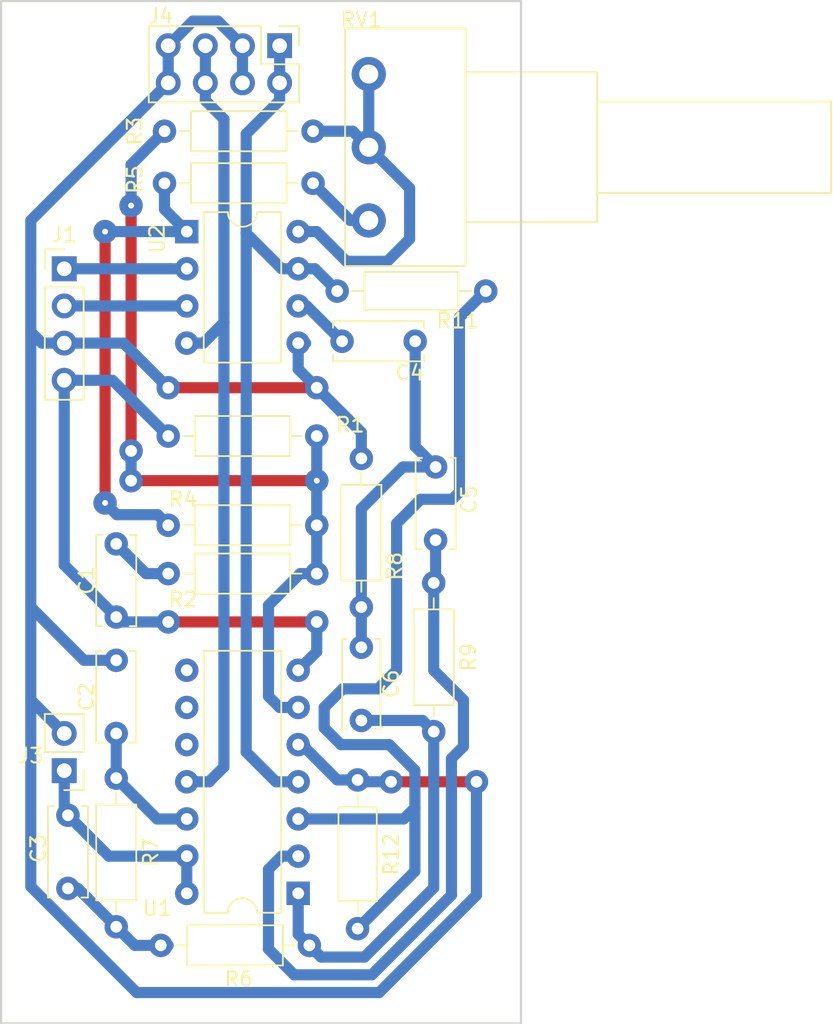
<source format=kicad_pcb>
(kicad_pcb (version 20171130) (host pcbnew 5.0.0-fee4fd1~66~ubuntu18.04.1)

  (general
    (thickness 1.6)
    (drawings 8)
    (tracks 180)
    (zones 0)
    (modules 23)
    (nets 20)
  )

  (page A4)
  (layers
    (0 F.Cu signal)
    (31 B.Cu signal)
    (32 B.Adhes user)
    (33 F.Adhes user)
    (34 B.Paste user)
    (35 F.Paste user)
    (36 B.SilkS user)
    (37 F.SilkS user)
    (38 B.Mask user)
    (39 F.Mask user)
    (40 Dwgs.User user)
    (41 Cmts.User user)
    (42 Eco1.User user)
    (43 Eco2.User user)
    (44 Edge.Cuts user)
    (45 Margin user)
    (46 B.CrtYd user)
    (47 F.CrtYd user hide)
    (48 B.Fab user)
    (49 F.Fab user hide)
  )

  (setup
    (last_trace_width 0.762)
    (trace_clearance 0.45)
    (zone_clearance 0.508)
    (zone_45_only no)
    (trace_min 0.2)
    (segment_width 0.15)
    (edge_width 0.15)
    (via_size 0.8)
    (via_drill 0.4)
    (via_min_size 0.4)
    (via_min_drill 0.3)
    (uvia_size 0.3)
    (uvia_drill 0.1)
    (uvias_allowed no)
    (uvia_min_size 0.2)
    (uvia_min_drill 0.1)
    (pcb_text_width 0.3)
    (pcb_text_size 1.5 1.5)
    (mod_edge_width 0.15)
    (mod_text_size 1 1)
    (mod_text_width 0.15)
    (pad_size 1.524 1.524)
    (pad_drill 0.762)
    (pad_to_mask_clearance 0.2)
    (aux_axis_origin 0 0)
    (visible_elements 7FFDFFFF)
    (pcbplotparams
      (layerselection 0x010fc_ffffffff)
      (usegerberextensions false)
      (usegerberattributes false)
      (usegerberadvancedattributes false)
      (creategerberjobfile false)
      (excludeedgelayer true)
      (linewidth 0.100000)
      (plotframeref false)
      (viasonmask false)
      (mode 1)
      (useauxorigin false)
      (hpglpennumber 1)
      (hpglpenspeed 20)
      (hpglpendiameter 15.000000)
      (psnegative false)
      (psa4output false)
      (plotreference true)
      (plotvalue true)
      (plotinvisibletext false)
      (padsonsilk false)
      (subtractmaskfromsilk false)
      (outputformat 1)
      (mirror false)
      (drillshape 1)
      (scaleselection 1)
      (outputdirectory ""))
  )

  (net 0 "")
  (net 1 GNDA)
  (net 2 "Net-(C5-Pad1)")
  (net 3 "Net-(C3-Pad2)")
  (net 4 "Net-(C2-Pad1)")
  (net 5 out2)
  (net 6 "Net-(R4-Pad2)")
  (net 7 "Net-(R5-Pad1)")
  (net 8 "Net-(R1-Pad1)")
  (net 9 ref_electrode)
  (net 10 "Net-(C1-Pad1)")
  (net 11 "Net-(R3-Pad1)")
  (net 12 "Net-(C4-Pad1)")
  (net 13 right_electrode)
  (net 14 out1)
  (net 15 left_electrode)
  (net 16 +9V)
  (net 17 -9V)
  (net 18 out3)
  (net 19 "Net-(R11-Pad2)")

  (net_class Default "This is the default net class."
    (clearance 0.45)
    (trace_width 0.762)
    (via_dia 0.8)
    (via_drill 0.4)
    (uvia_dia 0.3)
    (uvia_drill 0.1)
    (add_net +9V)
    (add_net -9V)
    (add_net GNDA)
    (add_net "Net-(C1-Pad1)")
    (add_net "Net-(C2-Pad1)")
    (add_net "Net-(C3-Pad2)")
    (add_net "Net-(C4-Pad1)")
    (add_net "Net-(C5-Pad1)")
    (add_net "Net-(R1-Pad1)")
    (add_net "Net-(R11-Pad2)")
    (add_net "Net-(R3-Pad1)")
    (add_net "Net-(R4-Pad2)")
    (add_net "Net-(R5-Pad1)")
    (add_net left_electrode)
    (add_net out1)
    (add_net out2)
    (add_net out3)
    (add_net ref_electrode)
    (add_net right_electrode)
  )

  (module Potentiometer_THT:Potentiometer_Piher_PC-16_Single_Horizontal (layer F.Cu) (tedit 5A3D4993) (tstamp 5BB97850)
    (at 155.956 73.66)
    (descr "Potentiometer, horizontal, Piher PC-16 Single, http://www.piher-nacesa.com/pdf/20-PC16v03.pdf")
    (tags "Potentiometer horizontal Piher PC-16 Single")
    (path /5BADDF68)
    (fp_text reference RV1 (at -0.508 -13.716) (layer F.SilkS)
      (effects (font (size 1 1) (thickness 0.15)))
    )
    (fp_text value 1k (at 0 4.25) (layer F.Fab)
      (effects (font (size 1 1) (thickness 0.15)))
    )
    (fp_text user %R (at 2.5 -5) (layer F.Fab)
      (effects (font (size 1 1) (thickness 0.15)))
    )
    (fp_line (start 31.75 -13.25) (end -1.75 -13.25) (layer F.CrtYd) (width 0.05))
    (fp_line (start 31.75 3.25) (end 31.75 -13.25) (layer F.CrtYd) (width 0.05))
    (fp_line (start -1.75 3.25) (end 31.75 3.25) (layer F.CrtYd) (width 0.05))
    (fp_line (start -1.75 -13.25) (end -1.75 3.25) (layer F.CrtYd) (width 0.05))
    (fp_line (start 31.62 -8.12) (end 31.62 -1.879) (layer F.SilkS) (width 0.12))
    (fp_line (start 15.62 -8.12) (end 15.62 -1.879) (layer F.SilkS) (width 0.12))
    (fp_line (start 15.62 -1.879) (end 31.62 -1.879) (layer F.SilkS) (width 0.12))
    (fp_line (start 15.62 -8.12) (end 31.62 -8.12) (layer F.SilkS) (width 0.12))
    (fp_line (start 15.62 -10.12) (end 15.62 0.12) (layer F.SilkS) (width 0.12))
    (fp_line (start 6.62 -10.12) (end 6.62 0.12) (layer F.SilkS) (width 0.12))
    (fp_line (start 6.62 0.12) (end 15.62 0.12) (layer F.SilkS) (width 0.12))
    (fp_line (start 6.62 -10.12) (end 15.62 -10.12) (layer F.SilkS) (width 0.12))
    (fp_line (start 6.62 -13.12) (end 6.62 3.12) (layer F.SilkS) (width 0.12))
    (fp_line (start -1.62 -13.12) (end -1.62 3.12) (layer F.SilkS) (width 0.12))
    (fp_line (start -1.62 3.12) (end 6.62 3.12) (layer F.SilkS) (width 0.12))
    (fp_line (start -1.62 -13.12) (end 6.62 -13.12) (layer F.SilkS) (width 0.12))
    (fp_line (start 31.5 -8) (end 15.5 -8) (layer F.Fab) (width 0.1))
    (fp_line (start 31.5 -2) (end 31.5 -8) (layer F.Fab) (width 0.1))
    (fp_line (start 15.5 -2) (end 31.5 -2) (layer F.Fab) (width 0.1))
    (fp_line (start 15.5 -8) (end 15.5 -2) (layer F.Fab) (width 0.1))
    (fp_line (start 15.5 -10) (end 6.5 -10) (layer F.Fab) (width 0.1))
    (fp_line (start 15.5 0) (end 15.5 -10) (layer F.Fab) (width 0.1))
    (fp_line (start 6.5 0) (end 15.5 0) (layer F.Fab) (width 0.1))
    (fp_line (start 6.5 -10) (end 6.5 0) (layer F.Fab) (width 0.1))
    (fp_line (start 6.5 -13) (end -1.5 -13) (layer F.Fab) (width 0.1))
    (fp_line (start 6.5 3) (end 6.5 -13) (layer F.Fab) (width 0.1))
    (fp_line (start -1.5 3) (end 6.5 3) (layer F.Fab) (width 0.1))
    (fp_line (start -1.5 -13) (end -1.5 3) (layer F.Fab) (width 0.1))
    (pad 1 thru_hole circle (at 0 0) (size 2.34 2.34) (drill 1.3) (layers *.Cu *.Mask)
      (net 7 "Net-(R5-Pad1)"))
    (pad 2 thru_hole circle (at 0 -5) (size 2.34 2.34) (drill 1.3) (layers *.Cu *.Mask)
      (net 11 "Net-(R3-Pad1)"))
    (pad 3 thru_hole circle (at 0 -10) (size 2.34 2.34) (drill 1.3) (layers *.Cu *.Mask)
      (net 11 "Net-(R3-Pad1)"))
    (model ${KISYS3DMOD}/Potentiometer_THT.3dshapes/Potentiometer_Piher_PC-16_Single_Horizontal.wrl
      (at (xyz 0 0 0))
      (scale (xyz 1 1 1))
      (rotate (xyz 0 0 0))
    )
  )

  (module Resistor_THT:R_Axial_DIN0207_L6.3mm_D2.5mm_P10.16mm_Horizontal (layer F.Cu) (tedit 5AE5139B) (tstamp 5BD2A3CD)
    (at 155.448 89.916 270)
    (descr "Resistor, Axial_DIN0207 series, Axial, Horizontal, pin pitch=10.16mm, 0.25W = 1/4W, length*diameter=6.3*2.5mm^2, http://cdn-reichelt.de/documents/datenblatt/B400/1_4W%23YAG.pdf")
    (tags "Resistor Axial_DIN0207 series Axial Horizontal pin pitch 10.16mm 0.25W = 1/4W length 6.3mm diameter 2.5mm")
    (path /5BAC321D)
    (fp_text reference R8 (at 7.366 -2.286 270) (layer F.SilkS)
      (effects (font (size 1 1) (thickness 0.15)))
    )
    (fp_text value 33k (at 5.08 2.37 270) (layer F.Fab)
      (effects (font (size 1 1) (thickness 0.15)))
    )
    (fp_line (start 1.93 -1.25) (end 1.93 1.25) (layer F.Fab) (width 0.1))
    (fp_line (start 1.93 1.25) (end 8.23 1.25) (layer F.Fab) (width 0.1))
    (fp_line (start 8.23 1.25) (end 8.23 -1.25) (layer F.Fab) (width 0.1))
    (fp_line (start 8.23 -1.25) (end 1.93 -1.25) (layer F.Fab) (width 0.1))
    (fp_line (start 0 0) (end 1.93 0) (layer F.Fab) (width 0.1))
    (fp_line (start 10.16 0) (end 8.23 0) (layer F.Fab) (width 0.1))
    (fp_line (start 1.81 -1.37) (end 1.81 1.37) (layer F.SilkS) (width 0.12))
    (fp_line (start 1.81 1.37) (end 8.35 1.37) (layer F.SilkS) (width 0.12))
    (fp_line (start 8.35 1.37) (end 8.35 -1.37) (layer F.SilkS) (width 0.12))
    (fp_line (start 8.35 -1.37) (end 1.81 -1.37) (layer F.SilkS) (width 0.12))
    (fp_line (start 1.04 0) (end 1.81 0) (layer F.SilkS) (width 0.12))
    (fp_line (start 9.12 0) (end 8.35 0) (layer F.SilkS) (width 0.12))
    (fp_line (start -1.05 -1.5) (end -1.05 1.5) (layer F.CrtYd) (width 0.05))
    (fp_line (start -1.05 1.5) (end 11.21 1.5) (layer F.CrtYd) (width 0.05))
    (fp_line (start 11.21 1.5) (end 11.21 -1.5) (layer F.CrtYd) (width 0.05))
    (fp_line (start 11.21 -1.5) (end -1.05 -1.5) (layer F.CrtYd) (width 0.05))
    (fp_text user %R (at 5.08 0 270) (layer F.Fab)
      (effects (font (size 1 1) (thickness 0.15)))
    )
    (pad 1 thru_hole circle (at 0 0 270) (size 1.6 1.6) (drill 0.8) (layers *.Cu *.Mask)
      (net 1 GNDA))
    (pad 2 thru_hole oval (at 10.16 0 270) (size 1.6 1.6) (drill 0.8) (layers *.Cu *.Mask)
      (net 12 "Net-(C4-Pad1)"))
    (model ${KISYS3DMOD}/Resistor_THT.3dshapes/R_Axial_DIN0207_L6.3mm_D2.5mm_P10.16mm_Horizontal.wrl
      (at (xyz 0 0 0))
      (scale (xyz 1 1 1))
      (rotate (xyz 0 0 0))
    )
  )

  (module Resistor_THT:R_Axial_DIN0207_L6.3mm_D2.5mm_P10.16mm_Horizontal (layer F.Cu) (tedit 5AE5139B) (tstamp 5BD2A47D)
    (at 160.401 98.425 270)
    (descr "Resistor, Axial_DIN0207 series, Axial, Horizontal, pin pitch=10.16mm, 0.25W = 1/4W, length*diameter=6.3*2.5mm^2, http://cdn-reichelt.de/documents/datenblatt/B400/1_4W%23YAG.pdf")
    (tags "Resistor Axial_DIN0207 series Axial Horizontal pin pitch 10.16mm 0.25W = 1/4W length 6.3mm diameter 2.5mm")
    (path /5BAC3180)
    (fp_text reference R9 (at 5.08 -2.37 270) (layer F.SilkS)
      (effects (font (size 1 1) (thickness 0.15)))
    )
    (fp_text value 150k (at 5.08 2.37 270) (layer F.Fab)
      (effects (font (size 1 1) (thickness 0.15)))
    )
    (fp_line (start 1.93 -1.25) (end 1.93 1.25) (layer F.Fab) (width 0.1))
    (fp_line (start 1.93 1.25) (end 8.23 1.25) (layer F.Fab) (width 0.1))
    (fp_line (start 8.23 1.25) (end 8.23 -1.25) (layer F.Fab) (width 0.1))
    (fp_line (start 8.23 -1.25) (end 1.93 -1.25) (layer F.Fab) (width 0.1))
    (fp_line (start 0 0) (end 1.93 0) (layer F.Fab) (width 0.1))
    (fp_line (start 10.16 0) (end 8.23 0) (layer F.Fab) (width 0.1))
    (fp_line (start 1.81 -1.37) (end 1.81 1.37) (layer F.SilkS) (width 0.12))
    (fp_line (start 1.81 1.37) (end 8.35 1.37) (layer F.SilkS) (width 0.12))
    (fp_line (start 8.35 1.37) (end 8.35 -1.37) (layer F.SilkS) (width 0.12))
    (fp_line (start 8.35 -1.37) (end 1.81 -1.37) (layer F.SilkS) (width 0.12))
    (fp_line (start 1.04 0) (end 1.81 0) (layer F.SilkS) (width 0.12))
    (fp_line (start 9.12 0) (end 8.35 0) (layer F.SilkS) (width 0.12))
    (fp_line (start -1.05 -1.5) (end -1.05 1.5) (layer F.CrtYd) (width 0.05))
    (fp_line (start -1.05 1.5) (end 11.21 1.5) (layer F.CrtYd) (width 0.05))
    (fp_line (start 11.21 1.5) (end 11.21 -1.5) (layer F.CrtYd) (width 0.05))
    (fp_line (start 11.21 -1.5) (end -1.05 -1.5) (layer F.CrtYd) (width 0.05))
    (fp_text user %R (at 5.08 0 270) (layer F.Fab)
      (effects (font (size 1 1) (thickness 0.15)))
    )
    (pad 1 thru_hole circle (at 0 0 270) (size 1.6 1.6) (drill 0.8) (layers *.Cu *.Mask)
      (net 2 "Net-(C5-Pad1)"))
    (pad 2 thru_hole oval (at 10.16 0 270) (size 1.6 1.6) (drill 0.8) (layers *.Cu *.Mask)
      (net 5 out2))
    (model ${KISYS3DMOD}/Resistor_THT.3dshapes/R_Axial_DIN0207_L6.3mm_D2.5mm_P10.16mm_Horizontal.wrl
      (at (xyz 0 0 0))
      (scale (xyz 1 1 1))
      (rotate (xyz 0 0 0))
    )
  )

  (module Capacitors_THT:C_Disc_D6.0mm_W2.5mm_P5.00mm (layer F.Cu) (tedit 597BC7C2) (tstamp 5BB27AAF)
    (at 155.448 107.823 90)
    (descr "C, Disc series, Radial, pin pitch=5.00mm, , diameter*width=6*2.5mm^2, Capacitor, http://cdn-reichelt.de/documents/datenblatt/B300/DS_KERKO_TC.pdf")
    (tags "C Disc series Radial pin pitch 5.00mm  diameter 6mm width 2.5mm Capacitor")
    (path /5BB29CDC)
    (fp_text reference C6 (at 2.5 2.032 90) (layer F.SilkS)
      (effects (font (size 1 1) (thickness 0.15)))
    )
    (fp_text value 47u (at 2.5 2.56 90) (layer F.Fab)
      (effects (font (size 1 1) (thickness 0.15)))
    )
    (fp_text user %R (at 2.5 0 90) (layer F.Fab)
      (effects (font (size 1 1) (thickness 0.15)))
    )
    (fp_line (start 6.05 -1.6) (end -1.05 -1.6) (layer F.CrtYd) (width 0.05))
    (fp_line (start 6.05 1.6) (end 6.05 -1.6) (layer F.CrtYd) (width 0.05))
    (fp_line (start -1.05 1.6) (end 6.05 1.6) (layer F.CrtYd) (width 0.05))
    (fp_line (start -1.05 -1.6) (end -1.05 1.6) (layer F.CrtYd) (width 0.05))
    (fp_line (start 5.56 0.996) (end 5.56 1.31) (layer F.SilkS) (width 0.12))
    (fp_line (start 5.56 -1.31) (end 5.56 -0.996) (layer F.SilkS) (width 0.12))
    (fp_line (start -0.56 0.996) (end -0.56 1.31) (layer F.SilkS) (width 0.12))
    (fp_line (start -0.56 -1.31) (end -0.56 -0.996) (layer F.SilkS) (width 0.12))
    (fp_line (start -0.56 1.31) (end 5.56 1.31) (layer F.SilkS) (width 0.12))
    (fp_line (start -0.56 -1.31) (end 5.56 -1.31) (layer F.SilkS) (width 0.12))
    (fp_line (start 5.5 -1.25) (end -0.5 -1.25) (layer F.Fab) (width 0.1))
    (fp_line (start 5.5 1.25) (end 5.5 -1.25) (layer F.Fab) (width 0.1))
    (fp_line (start -0.5 1.25) (end 5.5 1.25) (layer F.Fab) (width 0.1))
    (fp_line (start -0.5 -1.25) (end -0.5 1.25) (layer F.Fab) (width 0.1))
    (pad 2 thru_hole circle (at 5 0 90) (size 1.6 1.6) (drill 0.8) (layers *.Cu *.Mask)
      (net 12 "Net-(C4-Pad1)"))
    (pad 1 thru_hole circle (at 0 0 90) (size 1.6 1.6) (drill 0.8) (layers *.Cu *.Mask)
      (net 5 out2))
    (model ${KISYS3DMOD}/Capacitors_THT.3dshapes/C_Disc_D6.0mm_W2.5mm_P5.00mm.wrl
      (at (xyz 0 0 0))
      (scale (xyz 1 1 1))
      (rotate (xyz 0 0 0))
    )
  )

  (module Resistors_THT:R_Axial_DIN0207_L6.3mm_D2.5mm_P10.16mm_Horizontal (layer F.Cu) (tedit 5874F706) (tstamp 5BB2A053)
    (at 153.797 78.486)
    (descr "Resistor, Axial_DIN0207 series, Axial, Horizontal, pin pitch=10.16mm, 0.25W = 1/4W, length*diameter=6.3*2.5mm^2, http://cdn-reichelt.de/documents/datenblatt/B400/1_4W%23YAG.pdf")
    (tags "Resistor Axial_DIN0207 series Axial Horizontal pin pitch 10.16mm 0.25W = 1/4W length 6.3mm diameter 2.5mm")
    (path /5BB733C3)
    (fp_text reference R11 (at 8.255 2.032 180) (layer F.SilkS)
      (effects (font (size 1 1) (thickness 0.15)))
    )
    (fp_text value 130k (at 5.08 2.31) (layer F.Fab)
      (effects (font (size 1 1) (thickness 0.15)))
    )
    (fp_line (start 1.93 -1.25) (end 1.93 1.25) (layer F.Fab) (width 0.1))
    (fp_line (start 1.93 1.25) (end 8.23 1.25) (layer F.Fab) (width 0.1))
    (fp_line (start 8.23 1.25) (end 8.23 -1.25) (layer F.Fab) (width 0.1))
    (fp_line (start 8.23 -1.25) (end 1.93 -1.25) (layer F.Fab) (width 0.1))
    (fp_line (start 0 0) (end 1.93 0) (layer F.Fab) (width 0.1))
    (fp_line (start 10.16 0) (end 8.23 0) (layer F.Fab) (width 0.1))
    (fp_line (start 1.87 -1.31) (end 1.87 1.31) (layer F.SilkS) (width 0.12))
    (fp_line (start 1.87 1.31) (end 8.29 1.31) (layer F.SilkS) (width 0.12))
    (fp_line (start 8.29 1.31) (end 8.29 -1.31) (layer F.SilkS) (width 0.12))
    (fp_line (start 8.29 -1.31) (end 1.87 -1.31) (layer F.SilkS) (width 0.12))
    (fp_line (start 0.98 0) (end 1.87 0) (layer F.SilkS) (width 0.12))
    (fp_line (start 9.18 0) (end 8.29 0) (layer F.SilkS) (width 0.12))
    (fp_line (start -1.05 -1.6) (end -1.05 1.6) (layer F.CrtYd) (width 0.05))
    (fp_line (start -1.05 1.6) (end 11.25 1.6) (layer F.CrtYd) (width 0.05))
    (fp_line (start 11.25 1.6) (end 11.25 -1.6) (layer F.CrtYd) (width 0.05))
    (fp_line (start 11.25 -1.6) (end -1.05 -1.6) (layer F.CrtYd) (width 0.05))
    (pad 1 thru_hole circle (at 0 0) (size 1.6 1.6) (drill 0.8) (layers *.Cu *.Mask)
      (net 16 +9V))
    (pad 2 thru_hole oval (at 10.16 0) (size 1.6 1.6) (drill 0.8) (layers *.Cu *.Mask)
      (net 19 "Net-(R11-Pad2)"))
    (model ${KISYS3DMOD}/Resistors_THT.3dshapes/R_Axial_DIN0207_L6.3mm_D2.5mm_P10.16mm_Horizontal.wrl
      (at (xyz 0 0 0))
      (scale (xyz 0.393701 0.393701 0.393701))
      (rotate (xyz 0 0 0))
    )
  )

  (module Resistors_THT:R_Axial_DIN0207_L6.3mm_D2.5mm_P10.16mm_Horizontal (layer F.Cu) (tedit 5874F706) (tstamp 5BB2A03E)
    (at 155.194 122.047 90)
    (descr "Resistor, Axial_DIN0207 series, Axial, Horizontal, pin pitch=10.16mm, 0.25W = 1/4W, length*diameter=6.3*2.5mm^2, http://cdn-reichelt.de/documents/datenblatt/B400/1_4W%23YAG.pdf")
    (tags "Resistor Axial_DIN0207 series Axial Horizontal pin pitch 10.16mm 0.25W = 1/4W length 6.3mm diameter 2.5mm")
    (path /5BB7349C)
    (fp_text reference R12 (at 5.08 2.286 90) (layer F.SilkS)
      (effects (font (size 1 1) (thickness 0.15)))
    )
    (fp_text value 18k (at 5.08 2.31 90) (layer F.Fab)
      (effects (font (size 1 1) (thickness 0.15)))
    )
    (fp_line (start 11.25 -1.6) (end -1.05 -1.6) (layer F.CrtYd) (width 0.05))
    (fp_line (start 11.25 1.6) (end 11.25 -1.6) (layer F.CrtYd) (width 0.05))
    (fp_line (start -1.05 1.6) (end 11.25 1.6) (layer F.CrtYd) (width 0.05))
    (fp_line (start -1.05 -1.6) (end -1.05 1.6) (layer F.CrtYd) (width 0.05))
    (fp_line (start 9.18 0) (end 8.29 0) (layer F.SilkS) (width 0.12))
    (fp_line (start 0.98 0) (end 1.87 0) (layer F.SilkS) (width 0.12))
    (fp_line (start 8.29 -1.31) (end 1.87 -1.31) (layer F.SilkS) (width 0.12))
    (fp_line (start 8.29 1.31) (end 8.29 -1.31) (layer F.SilkS) (width 0.12))
    (fp_line (start 1.87 1.31) (end 8.29 1.31) (layer F.SilkS) (width 0.12))
    (fp_line (start 1.87 -1.31) (end 1.87 1.31) (layer F.SilkS) (width 0.12))
    (fp_line (start 10.16 0) (end 8.23 0) (layer F.Fab) (width 0.1))
    (fp_line (start 0 0) (end 1.93 0) (layer F.Fab) (width 0.1))
    (fp_line (start 8.23 -1.25) (end 1.93 -1.25) (layer F.Fab) (width 0.1))
    (fp_line (start 8.23 1.25) (end 8.23 -1.25) (layer F.Fab) (width 0.1))
    (fp_line (start 1.93 1.25) (end 8.23 1.25) (layer F.Fab) (width 0.1))
    (fp_line (start 1.93 -1.25) (end 1.93 1.25) (layer F.Fab) (width 0.1))
    (pad 2 thru_hole oval (at 10.16 0 90) (size 1.6 1.6) (drill 0.8) (layers *.Cu *.Mask)
      (net 1 GNDA))
    (pad 1 thru_hole circle (at 0 0 90) (size 1.6 1.6) (drill 0.8) (layers *.Cu *.Mask)
      (net 19 "Net-(R11-Pad2)"))
    (model ${KISYS3DMOD}/Resistors_THT.3dshapes/R_Axial_DIN0207_L6.3mm_D2.5mm_P10.16mm_Horizontal.wrl
      (at (xyz 0 0 0))
      (scale (xyz 0.393701 0.393701 0.393701))
      (rotate (xyz 0 0 0))
    )
  )

  (module Connector_PinHeader_2.54mm:PinHeader_2x04_P2.54mm_Vertical (layer F.Cu) (tedit 59FED5CC) (tstamp 5BAE0BA7)
    (at 149.86 61.722 270)
    (descr "Through hole straight pin header, 2x04, 2.54mm pitch, double rows")
    (tags "Through hole pin header THT 2x04 2.54mm double row")
    (path /5BAF159D)
    (fp_text reference J4 (at -2.032 8.128 180) (layer F.SilkS)
      (effects (font (size 1 1) (thickness 0.15)))
    )
    (fp_text value Conn_02x04_Counter_Clockwise (at 1.27 9.95 270) (layer F.Fab)
      (effects (font (size 1 1) (thickness 0.15)))
    )
    (fp_line (start 0 -1.27) (end 3.81 -1.27) (layer F.Fab) (width 0.1))
    (fp_line (start 3.81 -1.27) (end 3.81 8.89) (layer F.Fab) (width 0.1))
    (fp_line (start 3.81 8.89) (end -1.27 8.89) (layer F.Fab) (width 0.1))
    (fp_line (start -1.27 8.89) (end -1.27 0) (layer F.Fab) (width 0.1))
    (fp_line (start -1.27 0) (end 0 -1.27) (layer F.Fab) (width 0.1))
    (fp_line (start -1.33 8.95) (end 3.87 8.95) (layer F.SilkS) (width 0.12))
    (fp_line (start -1.33 1.27) (end -1.33 8.95) (layer F.SilkS) (width 0.12))
    (fp_line (start 3.87 -1.33) (end 3.87 8.95) (layer F.SilkS) (width 0.12))
    (fp_line (start -1.33 1.27) (end 1.27 1.27) (layer F.SilkS) (width 0.12))
    (fp_line (start 1.27 1.27) (end 1.27 -1.33) (layer F.SilkS) (width 0.12))
    (fp_line (start 1.27 -1.33) (end 3.87 -1.33) (layer F.SilkS) (width 0.12))
    (fp_line (start -1.33 0) (end -1.33 -1.33) (layer F.SilkS) (width 0.12))
    (fp_line (start -1.33 -1.33) (end 0 -1.33) (layer F.SilkS) (width 0.12))
    (fp_line (start -1.8 -1.8) (end -1.8 9.4) (layer F.CrtYd) (width 0.05))
    (fp_line (start -1.8 9.4) (end 4.35 9.4) (layer F.CrtYd) (width 0.05))
    (fp_line (start 4.35 9.4) (end 4.35 -1.8) (layer F.CrtYd) (width 0.05))
    (fp_line (start 4.35 -1.8) (end -1.8 -1.8) (layer F.CrtYd) (width 0.05))
    (fp_text user %R (at 1.27 3.81) (layer F.Fab)
      (effects (font (size 1 1) (thickness 0.15)))
    )
    (pad 1 thru_hole rect (at 0 0 270) (size 1.7 1.7) (drill 1) (layers *.Cu *.Mask)
      (net 16 +9V))
    (pad 2 thru_hole oval (at 2.54 0 270) (size 1.7 1.7) (drill 1) (layers *.Cu *.Mask)
      (net 16 +9V))
    (pad 3 thru_hole oval (at 0 2.54 270) (size 1.7 1.7) (drill 1) (layers *.Cu *.Mask)
      (net 1 GNDA))
    (pad 4 thru_hole oval (at 2.54 2.54 270) (size 1.7 1.7) (drill 1) (layers *.Cu *.Mask)
      (net 1 GNDA))
    (pad 5 thru_hole oval (at 0 5.08 270) (size 1.7 1.7) (drill 1) (layers *.Cu *.Mask)
      (net 17 -9V))
    (pad 6 thru_hole oval (at 2.54 5.08 270) (size 1.7 1.7) (drill 1) (layers *.Cu *.Mask)
      (net 17 -9V))
    (pad 7 thru_hole oval (at 0 7.62 270) (size 1.7 1.7) (drill 1) (layers *.Cu *.Mask)
      (net 1 GNDA))
    (pad 8 thru_hole oval (at 2.54 7.62 270) (size 1.7 1.7) (drill 1) (layers *.Cu *.Mask)
      (net 1 GNDA))
    (model ${KISYS3DMOD}/Connector_PinHeader_2.54mm.3dshapes/PinHeader_2x04_P2.54mm_Vertical.wrl
      (at (xyz 0 0 0))
      (scale (xyz 1 1 1))
      (rotate (xyz 0 0 0))
    )
  )

  (module Connector_PinHeader_2.54mm:PinHeader_1x02_P2.54mm_Vertical (layer F.Cu) (tedit 59FED5CC) (tstamp 5BD582BA)
    (at 135.128 111.252 180)
    (descr "Through hole straight pin header, 1x02, 2.54mm pitch, single row")
    (tags "Through hole pin header THT 1x02 2.54mm single row")
    (path /5BB1F8A0)
    (fp_text reference J3 (at 2.286 1.016 180) (layer F.SilkS)
      (effects (font (size 1 1) (thickness 0.15)))
    )
    (fp_text value Conn_01x02 (at 0 4.87 180) (layer F.Fab)
      (effects (font (size 1 1) (thickness 0.15)))
    )
    (fp_line (start -0.635 -1.27) (end 1.27 -1.27) (layer F.Fab) (width 0.1))
    (fp_line (start 1.27 -1.27) (end 1.27 3.81) (layer F.Fab) (width 0.1))
    (fp_line (start 1.27 3.81) (end -1.27 3.81) (layer F.Fab) (width 0.1))
    (fp_line (start -1.27 3.81) (end -1.27 -0.635) (layer F.Fab) (width 0.1))
    (fp_line (start -1.27 -0.635) (end -0.635 -1.27) (layer F.Fab) (width 0.1))
    (fp_line (start -1.33 3.87) (end 1.33 3.87) (layer F.SilkS) (width 0.12))
    (fp_line (start -1.33 1.27) (end -1.33 3.87) (layer F.SilkS) (width 0.12))
    (fp_line (start 1.33 1.27) (end 1.33 3.87) (layer F.SilkS) (width 0.12))
    (fp_line (start -1.33 1.27) (end 1.33 1.27) (layer F.SilkS) (width 0.12))
    (fp_line (start -1.33 0) (end -1.33 -1.33) (layer F.SilkS) (width 0.12))
    (fp_line (start -1.33 -1.33) (end 0 -1.33) (layer F.SilkS) (width 0.12))
    (fp_line (start -1.8 -1.8) (end -1.8 4.35) (layer F.CrtYd) (width 0.05))
    (fp_line (start -1.8 4.35) (end 1.8 4.35) (layer F.CrtYd) (width 0.05))
    (fp_line (start 1.8 4.35) (end 1.8 -1.8) (layer F.CrtYd) (width 0.05))
    (fp_line (start 1.8 -1.8) (end -1.8 -1.8) (layer F.CrtYd) (width 0.05))
    (fp_text user %R (at 0 1.27 270) (layer F.Fab)
      (effects (font (size 1 1) (thickness 0.15)))
    )
    (pad 1 thru_hole rect (at 0 0 180) (size 1.7 1.7) (drill 1) (layers *.Cu *.Mask)
      (net 18 out3))
    (pad 2 thru_hole oval (at 0 2.54 180) (size 1.7 1.7) (drill 1) (layers *.Cu *.Mask)
      (net 1 GNDA))
    (model ${KISYS3DMOD}/Connector_PinHeader_2.54mm.3dshapes/PinHeader_1x02_P2.54mm_Vertical.wrl
      (at (xyz 0 0 0))
      (scale (xyz 1 1 1))
      (rotate (xyz 0 0 0))
    )
  )

  (module Connector_PinHeader_2.54mm:PinHeader_1x04_P2.54mm_Vertical (layer F.Cu) (tedit 59FED5CC) (tstamp 5BD58F6F)
    (at 135.128 76.962)
    (descr "Through hole straight pin header, 1x04, 2.54mm pitch, single row")
    (tags "Through hole pin header THT 1x04 2.54mm single row")
    (path /5BAF684F)
    (fp_text reference J1 (at 0 -2.33) (layer F.SilkS)
      (effects (font (size 1 1) (thickness 0.15)))
    )
    (fp_text value Conn_01x04 (at 0 9.95) (layer F.Fab)
      (effects (font (size 1 1) (thickness 0.15)))
    )
    (fp_line (start -0.635 -1.27) (end 1.27 -1.27) (layer F.Fab) (width 0.1))
    (fp_line (start 1.27 -1.27) (end 1.27 8.89) (layer F.Fab) (width 0.1))
    (fp_line (start 1.27 8.89) (end -1.27 8.89) (layer F.Fab) (width 0.1))
    (fp_line (start -1.27 8.89) (end -1.27 -0.635) (layer F.Fab) (width 0.1))
    (fp_line (start -1.27 -0.635) (end -0.635 -1.27) (layer F.Fab) (width 0.1))
    (fp_line (start -1.33 8.95) (end 1.33 8.95) (layer F.SilkS) (width 0.12))
    (fp_line (start -1.33 1.27) (end -1.33 8.95) (layer F.SilkS) (width 0.12))
    (fp_line (start 1.33 1.27) (end 1.33 8.95) (layer F.SilkS) (width 0.12))
    (fp_line (start -1.33 1.27) (end 1.33 1.27) (layer F.SilkS) (width 0.12))
    (fp_line (start -1.33 0) (end -1.33 -1.33) (layer F.SilkS) (width 0.12))
    (fp_line (start -1.33 -1.33) (end 0 -1.33) (layer F.SilkS) (width 0.12))
    (fp_line (start -1.8 -1.8) (end -1.8 9.4) (layer F.CrtYd) (width 0.05))
    (fp_line (start -1.8 9.4) (end 1.8 9.4) (layer F.CrtYd) (width 0.05))
    (fp_line (start 1.8 9.4) (end 1.8 -1.8) (layer F.CrtYd) (width 0.05))
    (fp_line (start 1.8 -1.8) (end -1.8 -1.8) (layer F.CrtYd) (width 0.05))
    (fp_text user %R (at 0 3.81 90) (layer F.Fab)
      (effects (font (size 1 1) (thickness 0.15)))
    )
    (pad 1 thru_hole rect (at 0 0) (size 1.7 1.7) (drill 1) (layers *.Cu *.Mask)
      (net 15 left_electrode))
    (pad 2 thru_hole oval (at 0 2.54) (size 1.7 1.7) (drill 1) (layers *.Cu *.Mask)
      (net 13 right_electrode))
    (pad 3 thru_hole oval (at 0 5.08) (size 1.7 1.7) (drill 1) (layers *.Cu *.Mask)
      (net 1 GNDA))
    (pad 4 thru_hole oval (at 0 7.62) (size 1.7 1.7) (drill 1) (layers *.Cu *.Mask)
      (net 9 ref_electrode))
    (model ${KISYS3DMOD}/Connector_PinHeader_2.54mm.3dshapes/PinHeader_1x04_P2.54mm_Vertical.wrl
      (at (xyz 0 0 0))
      (scale (xyz 1 1 1))
      (rotate (xyz 0 0 0))
    )
  )

  (module Resistor_THT:R_Axial_DIN0207_L6.3mm_D2.5mm_P10.16mm_Horizontal (layer F.Cu) (tedit 5AE5139B) (tstamp 5BD2A467)
    (at 152.146 67.564 180)
    (descr "Resistor, Axial_DIN0207 series, Axial, Horizontal, pin pitch=10.16mm, 0.25W = 1/4W, length*diameter=6.3*2.5mm^2, http://cdn-reichelt.de/documents/datenblatt/B400/1_4W%23YAG.pdf")
    (tags "Resistor Axial_DIN0207 series Axial Horizontal pin pitch 10.16mm 0.25W = 1/4W length 6.3mm diameter 2.5mm")
    (path /5BABF4CD)
    (fp_text reference R3 (at 12.192 0 270) (layer F.SilkS)
      (effects (font (size 1 1) (thickness 0.15)))
    )
    (fp_text value 24.9k (at 5.08 2.37 180) (layer F.Fab)
      (effects (font (size 1 1) (thickness 0.15)))
    )
    (fp_text user %R (at 5.08 0 180) (layer F.Fab)
      (effects (font (size 1 1) (thickness 0.15)))
    )
    (fp_line (start 11.21 -1.5) (end -1.05 -1.5) (layer F.CrtYd) (width 0.05))
    (fp_line (start 11.21 1.5) (end 11.21 -1.5) (layer F.CrtYd) (width 0.05))
    (fp_line (start -1.05 1.5) (end 11.21 1.5) (layer F.CrtYd) (width 0.05))
    (fp_line (start -1.05 -1.5) (end -1.05 1.5) (layer F.CrtYd) (width 0.05))
    (fp_line (start 9.12 0) (end 8.35 0) (layer F.SilkS) (width 0.12))
    (fp_line (start 1.04 0) (end 1.81 0) (layer F.SilkS) (width 0.12))
    (fp_line (start 8.35 -1.37) (end 1.81 -1.37) (layer F.SilkS) (width 0.12))
    (fp_line (start 8.35 1.37) (end 8.35 -1.37) (layer F.SilkS) (width 0.12))
    (fp_line (start 1.81 1.37) (end 8.35 1.37) (layer F.SilkS) (width 0.12))
    (fp_line (start 1.81 -1.37) (end 1.81 1.37) (layer F.SilkS) (width 0.12))
    (fp_line (start 10.16 0) (end 8.23 0) (layer F.Fab) (width 0.1))
    (fp_line (start 0 0) (end 1.93 0) (layer F.Fab) (width 0.1))
    (fp_line (start 8.23 -1.25) (end 1.93 -1.25) (layer F.Fab) (width 0.1))
    (fp_line (start 8.23 1.25) (end 8.23 -1.25) (layer F.Fab) (width 0.1))
    (fp_line (start 1.93 1.25) (end 8.23 1.25) (layer F.Fab) (width 0.1))
    (fp_line (start 1.93 -1.25) (end 1.93 1.25) (layer F.Fab) (width 0.1))
    (pad 2 thru_hole oval (at 10.16 0 180) (size 1.6 1.6) (drill 0.8) (layers *.Cu *.Mask)
      (net 8 "Net-(R1-Pad1)"))
    (pad 1 thru_hole circle (at 0 0 180) (size 1.6 1.6) (drill 0.8) (layers *.Cu *.Mask)
      (net 11 "Net-(R3-Pad1)"))
    (model ${KISYS3DMOD}/Resistor_THT.3dshapes/R_Axial_DIN0207_L6.3mm_D2.5mm_P10.16mm_Horizontal.wrl
      (at (xyz 0 0 0))
      (scale (xyz 1 1 1))
      (rotate (xyz 0 0 0))
    )
  )

  (module Resistor_THT:R_Axial_DIN0207_L6.3mm_D2.5mm_P10.16mm_Horizontal (layer F.Cu) (tedit 5AE5139B) (tstamp 5BD58B9C)
    (at 152.4 97.79 180)
    (descr "Resistor, Axial_DIN0207 series, Axial, Horizontal, pin pitch=10.16mm, 0.25W = 1/4W, length*diameter=6.3*2.5mm^2, http://cdn-reichelt.de/documents/datenblatt/B400/1_4W%23YAG.pdf")
    (tags "Resistor Axial_DIN0207 series Axial Horizontal pin pitch 10.16mm 0.25W = 1/4W length 6.3mm diameter 2.5mm")
    (path /5BABF394)
    (fp_text reference R2 (at 9.144 -1.778 180) (layer F.SilkS)
      (effects (font (size 1 1) (thickness 0.15)))
    )
    (fp_text value 10k (at 5.08 2.37 180) (layer F.Fab)
      (effects (font (size 1 1) (thickness 0.15)))
    )
    (fp_line (start 1.93 -1.25) (end 1.93 1.25) (layer F.Fab) (width 0.1))
    (fp_line (start 1.93 1.25) (end 8.23 1.25) (layer F.Fab) (width 0.1))
    (fp_line (start 8.23 1.25) (end 8.23 -1.25) (layer F.Fab) (width 0.1))
    (fp_line (start 8.23 -1.25) (end 1.93 -1.25) (layer F.Fab) (width 0.1))
    (fp_line (start 0 0) (end 1.93 0) (layer F.Fab) (width 0.1))
    (fp_line (start 10.16 0) (end 8.23 0) (layer F.Fab) (width 0.1))
    (fp_line (start 1.81 -1.37) (end 1.81 1.37) (layer F.SilkS) (width 0.12))
    (fp_line (start 1.81 1.37) (end 8.35 1.37) (layer F.SilkS) (width 0.12))
    (fp_line (start 8.35 1.37) (end 8.35 -1.37) (layer F.SilkS) (width 0.12))
    (fp_line (start 8.35 -1.37) (end 1.81 -1.37) (layer F.SilkS) (width 0.12))
    (fp_line (start 1.04 0) (end 1.81 0) (layer F.SilkS) (width 0.12))
    (fp_line (start 9.12 0) (end 8.35 0) (layer F.SilkS) (width 0.12))
    (fp_line (start -1.05 -1.5) (end -1.05 1.5) (layer F.CrtYd) (width 0.05))
    (fp_line (start -1.05 1.5) (end 11.21 1.5) (layer F.CrtYd) (width 0.05))
    (fp_line (start 11.21 1.5) (end 11.21 -1.5) (layer F.CrtYd) (width 0.05))
    (fp_line (start 11.21 -1.5) (end -1.05 -1.5) (layer F.CrtYd) (width 0.05))
    (fp_text user %R (at 5.08 0 180) (layer F.Fab)
      (effects (font (size 1 1) (thickness 0.15)))
    )
    (pad 1 thru_hole circle (at 0 0 180) (size 1.6 1.6) (drill 0.8) (layers *.Cu *.Mask)
      (net 8 "Net-(R1-Pad1)"))
    (pad 2 thru_hole oval (at 10.16 0 180) (size 1.6 1.6) (drill 0.8) (layers *.Cu *.Mask)
      (net 10 "Net-(C1-Pad1)"))
    (model ${KISYS3DMOD}/Resistor_THT.3dshapes/R_Axial_DIN0207_L6.3mm_D2.5mm_P10.16mm_Horizontal.wrl
      (at (xyz 0 0 0))
      (scale (xyz 1 1 1))
      (rotate (xyz 0 0 0))
    )
  )

  (module Resistor_THT:R_Axial_DIN0207_L6.3mm_D2.5mm_P10.16mm_Horizontal (layer F.Cu) (tedit 5AE5139B) (tstamp 5BD58845)
    (at 152.4 88.392 180)
    (descr "Resistor, Axial_DIN0207 series, Axial, Horizontal, pin pitch=10.16mm, 0.25W = 1/4W, length*diameter=6.3*2.5mm^2, http://cdn-reichelt.de/documents/datenblatt/B400/1_4W%23YAG.pdf")
    (tags "Resistor Axial_DIN0207 series Axial Horizontal pin pitch 10.16mm 0.25W = 1/4W length 6.3mm diameter 2.5mm")
    (path /5BABF61C)
    (fp_text reference R1 (at -2.286 0.762 180) (layer F.SilkS)
      (effects (font (size 1 1) (thickness 0.15)))
    )
    (fp_text value 1M (at 5.08 2.37 180) (layer F.Fab)
      (effects (font (size 1 1) (thickness 0.15)))
    )
    (fp_text user %R (at 5.08 0 180) (layer F.Fab)
      (effects (font (size 1 1) (thickness 0.15)))
    )
    (fp_line (start 11.21 -1.5) (end -1.05 -1.5) (layer F.CrtYd) (width 0.05))
    (fp_line (start 11.21 1.5) (end 11.21 -1.5) (layer F.CrtYd) (width 0.05))
    (fp_line (start -1.05 1.5) (end 11.21 1.5) (layer F.CrtYd) (width 0.05))
    (fp_line (start -1.05 -1.5) (end -1.05 1.5) (layer F.CrtYd) (width 0.05))
    (fp_line (start 9.12 0) (end 8.35 0) (layer F.SilkS) (width 0.12))
    (fp_line (start 1.04 0) (end 1.81 0) (layer F.SilkS) (width 0.12))
    (fp_line (start 8.35 -1.37) (end 1.81 -1.37) (layer F.SilkS) (width 0.12))
    (fp_line (start 8.35 1.37) (end 8.35 -1.37) (layer F.SilkS) (width 0.12))
    (fp_line (start 1.81 1.37) (end 8.35 1.37) (layer F.SilkS) (width 0.12))
    (fp_line (start 1.81 -1.37) (end 1.81 1.37) (layer F.SilkS) (width 0.12))
    (fp_line (start 10.16 0) (end 8.23 0) (layer F.Fab) (width 0.1))
    (fp_line (start 0 0) (end 1.93 0) (layer F.Fab) (width 0.1))
    (fp_line (start 8.23 -1.25) (end 1.93 -1.25) (layer F.Fab) (width 0.1))
    (fp_line (start 8.23 1.25) (end 8.23 -1.25) (layer F.Fab) (width 0.1))
    (fp_line (start 1.93 1.25) (end 8.23 1.25) (layer F.Fab) (width 0.1))
    (fp_line (start 1.93 -1.25) (end 1.93 1.25) (layer F.Fab) (width 0.1))
    (pad 2 thru_hole oval (at 10.16 0 180) (size 1.6 1.6) (drill 0.8) (layers *.Cu *.Mask)
      (net 9 ref_electrode))
    (pad 1 thru_hole circle (at 0 0 180) (size 1.6 1.6) (drill 0.8) (layers *.Cu *.Mask)
      (net 8 "Net-(R1-Pad1)"))
    (model ${KISYS3DMOD}/Resistor_THT.3dshapes/R_Axial_DIN0207_L6.3mm_D2.5mm_P10.16mm_Horizontal.wrl
      (at (xyz 0 0 0))
      (scale (xyz 1 1 1))
      (rotate (xyz 0 0 0))
    )
  )

  (module Resistor_THT:R_Axial_DIN0207_L6.3mm_D2.5mm_P10.16mm_Horizontal (layer F.Cu) (tedit 5AE5139B) (tstamp 5BD5890D)
    (at 152.4 94.488 180)
    (descr "Resistor, Axial_DIN0207 series, Axial, Horizontal, pin pitch=10.16mm, 0.25W = 1/4W, length*diameter=6.3*2.5mm^2, http://cdn-reichelt.de/documents/datenblatt/B400/1_4W%23YAG.pdf")
    (tags "Resistor Axial_DIN0207 series Axial Horizontal pin pitch 10.16mm 0.25W = 1/4W length 6.3mm diameter 2.5mm")
    (path /5BABF467)
    (fp_text reference R4 (at 9.144 1.778 180) (layer F.SilkS)
      (effects (font (size 1 1) (thickness 0.15)))
    )
    (fp_text value 24.9k (at 5.08 2.37 180) (layer F.Fab)
      (effects (font (size 1 1) (thickness 0.15)))
    )
    (fp_line (start 1.93 -1.25) (end 1.93 1.25) (layer F.Fab) (width 0.1))
    (fp_line (start 1.93 1.25) (end 8.23 1.25) (layer F.Fab) (width 0.1))
    (fp_line (start 8.23 1.25) (end 8.23 -1.25) (layer F.Fab) (width 0.1))
    (fp_line (start 8.23 -1.25) (end 1.93 -1.25) (layer F.Fab) (width 0.1))
    (fp_line (start 0 0) (end 1.93 0) (layer F.Fab) (width 0.1))
    (fp_line (start 10.16 0) (end 8.23 0) (layer F.Fab) (width 0.1))
    (fp_line (start 1.81 -1.37) (end 1.81 1.37) (layer F.SilkS) (width 0.12))
    (fp_line (start 1.81 1.37) (end 8.35 1.37) (layer F.SilkS) (width 0.12))
    (fp_line (start 8.35 1.37) (end 8.35 -1.37) (layer F.SilkS) (width 0.12))
    (fp_line (start 8.35 -1.37) (end 1.81 -1.37) (layer F.SilkS) (width 0.12))
    (fp_line (start 1.04 0) (end 1.81 0) (layer F.SilkS) (width 0.12))
    (fp_line (start 9.12 0) (end 8.35 0) (layer F.SilkS) (width 0.12))
    (fp_line (start -1.05 -1.5) (end -1.05 1.5) (layer F.CrtYd) (width 0.05))
    (fp_line (start -1.05 1.5) (end 11.21 1.5) (layer F.CrtYd) (width 0.05))
    (fp_line (start 11.21 1.5) (end 11.21 -1.5) (layer F.CrtYd) (width 0.05))
    (fp_line (start 11.21 -1.5) (end -1.05 -1.5) (layer F.CrtYd) (width 0.05))
    (fp_text user %R (at 5.08 0 180) (layer F.Fab)
      (effects (font (size 1 1) (thickness 0.15)))
    )
    (pad 1 thru_hole circle (at 0 0 180) (size 1.6 1.6) (drill 0.8) (layers *.Cu *.Mask)
      (net 8 "Net-(R1-Pad1)"))
    (pad 2 thru_hole oval (at 10.16 0 180) (size 1.6 1.6) (drill 0.8) (layers *.Cu *.Mask)
      (net 6 "Net-(R4-Pad2)"))
    (model ${KISYS3DMOD}/Resistor_THT.3dshapes/R_Axial_DIN0207_L6.3mm_D2.5mm_P10.16mm_Horizontal.wrl
      (at (xyz 0 0 0))
      (scale (xyz 1 1 1))
      (rotate (xyz 0 0 0))
    )
  )

  (module Resistor_THT:R_Axial_DIN0207_L6.3mm_D2.5mm_P10.16mm_Horizontal (layer F.Cu) (tedit 5AE5139B) (tstamp 5BD2A40F)
    (at 152.146 71.12 180)
    (descr "Resistor, Axial_DIN0207 series, Axial, Horizontal, pin pitch=10.16mm, 0.25W = 1/4W, length*diameter=6.3*2.5mm^2, http://cdn-reichelt.de/documents/datenblatt/B400/1_4W%23YAG.pdf")
    (tags "Resistor Axial_DIN0207 series Axial Horizontal pin pitch 10.16mm 0.25W = 1/4W length 6.3mm diameter 2.5mm")
    (path /5BABF68F)
    (fp_text reference R5 (at 12.192 0.254 270) (layer F.SilkS)
      (effects (font (size 1 1) (thickness 0.15)))
    )
    (fp_text value 75R (at 5.08 2.37 180) (layer F.Fab)
      (effects (font (size 1 1) (thickness 0.15)))
    )
    (fp_text user %R (at 5.08 0 180) (layer F.Fab)
      (effects (font (size 1 1) (thickness 0.15)))
    )
    (fp_line (start 11.21 -1.5) (end -1.05 -1.5) (layer F.CrtYd) (width 0.05))
    (fp_line (start 11.21 1.5) (end 11.21 -1.5) (layer F.CrtYd) (width 0.05))
    (fp_line (start -1.05 1.5) (end 11.21 1.5) (layer F.CrtYd) (width 0.05))
    (fp_line (start -1.05 -1.5) (end -1.05 1.5) (layer F.CrtYd) (width 0.05))
    (fp_line (start 9.12 0) (end 8.35 0) (layer F.SilkS) (width 0.12))
    (fp_line (start 1.04 0) (end 1.81 0) (layer F.SilkS) (width 0.12))
    (fp_line (start 8.35 -1.37) (end 1.81 -1.37) (layer F.SilkS) (width 0.12))
    (fp_line (start 8.35 1.37) (end 8.35 -1.37) (layer F.SilkS) (width 0.12))
    (fp_line (start 1.81 1.37) (end 8.35 1.37) (layer F.SilkS) (width 0.12))
    (fp_line (start 1.81 -1.37) (end 1.81 1.37) (layer F.SilkS) (width 0.12))
    (fp_line (start 10.16 0) (end 8.23 0) (layer F.Fab) (width 0.1))
    (fp_line (start 0 0) (end 1.93 0) (layer F.Fab) (width 0.1))
    (fp_line (start 8.23 -1.25) (end 1.93 -1.25) (layer F.Fab) (width 0.1))
    (fp_line (start 8.23 1.25) (end 8.23 -1.25) (layer F.Fab) (width 0.1))
    (fp_line (start 1.93 1.25) (end 8.23 1.25) (layer F.Fab) (width 0.1))
    (fp_line (start 1.93 -1.25) (end 1.93 1.25) (layer F.Fab) (width 0.1))
    (pad 2 thru_hole oval (at 10.16 0 180) (size 1.6 1.6) (drill 0.8) (layers *.Cu *.Mask)
      (net 6 "Net-(R4-Pad2)"))
    (pad 1 thru_hole circle (at 0 0 180) (size 1.6 1.6) (drill 0.8) (layers *.Cu *.Mask)
      (net 7 "Net-(R5-Pad1)"))
    (model ${KISYS3DMOD}/Resistor_THT.3dshapes/R_Axial_DIN0207_L6.3mm_D2.5mm_P10.16mm_Horizontal.wrl
      (at (xyz 0 0 0))
      (scale (xyz 1 1 1))
      (rotate (xyz 0 0 0))
    )
  )

  (module Resistor_THT:R_Axial_DIN0207_L6.3mm_D2.5mm_P10.16mm_Horizontal (layer F.Cu) (tedit 5AE5139B) (tstamp 5BD5A9A2)
    (at 141.732 123.19)
    (descr "Resistor, Axial_DIN0207 series, Axial, Horizontal, pin pitch=10.16mm, 0.25W = 1/4W, length*diameter=6.3*2.5mm^2, http://cdn-reichelt.de/documents/datenblatt/B400/1_4W%23YAG.pdf")
    (tags "Resistor Axial_DIN0207 series Axial Horizontal pin pitch 10.16mm 0.25W = 1/4W length 6.3mm diameter 2.5mm")
    (path /5BACF996)
    (fp_text reference R6 (at 5.334 2.286) (layer F.SilkS)
      (effects (font (size 1 1) (thickness 0.15)))
    )
    (fp_text value 18k (at 5.08 2.37) (layer F.Fab)
      (effects (font (size 1 1) (thickness 0.15)))
    )
    (fp_line (start 1.93 -1.25) (end 1.93 1.25) (layer F.Fab) (width 0.1))
    (fp_line (start 1.93 1.25) (end 8.23 1.25) (layer F.Fab) (width 0.1))
    (fp_line (start 8.23 1.25) (end 8.23 -1.25) (layer F.Fab) (width 0.1))
    (fp_line (start 8.23 -1.25) (end 1.93 -1.25) (layer F.Fab) (width 0.1))
    (fp_line (start 0 0) (end 1.93 0) (layer F.Fab) (width 0.1))
    (fp_line (start 10.16 0) (end 8.23 0) (layer F.Fab) (width 0.1))
    (fp_line (start 1.81 -1.37) (end 1.81 1.37) (layer F.SilkS) (width 0.12))
    (fp_line (start 1.81 1.37) (end 8.35 1.37) (layer F.SilkS) (width 0.12))
    (fp_line (start 8.35 1.37) (end 8.35 -1.37) (layer F.SilkS) (width 0.12))
    (fp_line (start 8.35 -1.37) (end 1.81 -1.37) (layer F.SilkS) (width 0.12))
    (fp_line (start 1.04 0) (end 1.81 0) (layer F.SilkS) (width 0.12))
    (fp_line (start 9.12 0) (end 8.35 0) (layer F.SilkS) (width 0.12))
    (fp_line (start -1.05 -1.5) (end -1.05 1.5) (layer F.CrtYd) (width 0.05))
    (fp_line (start -1.05 1.5) (end 11.21 1.5) (layer F.CrtYd) (width 0.05))
    (fp_line (start 11.21 1.5) (end 11.21 -1.5) (layer F.CrtYd) (width 0.05))
    (fp_line (start 11.21 -1.5) (end -1.05 -1.5) (layer F.CrtYd) (width 0.05))
    (fp_text user %R (at 5.08 0) (layer F.Fab)
      (effects (font (size 1 1) (thickness 0.15)))
    )
    (pad 1 thru_hole circle (at 0 0) (size 1.6 1.6) (drill 0.8) (layers *.Cu *.Mask)
      (net 3 "Net-(C3-Pad2)"))
    (pad 2 thru_hole oval (at 10.16 0) (size 1.6 1.6) (drill 0.8) (layers *.Cu *.Mask)
      (net 5 out2))
    (model ${KISYS3DMOD}/Resistor_THT.3dshapes/R_Axial_DIN0207_L6.3mm_D2.5mm_P10.16mm_Horizontal.wrl
      (at (xyz 0 0 0))
      (scale (xyz 1 1 1))
      (rotate (xyz 0 0 0))
    )
  )

  (module Resistor_THT:R_Axial_DIN0207_L6.3mm_D2.5mm_P10.16mm_Horizontal (layer F.Cu) (tedit 5AE5139B) (tstamp 5BD2A3E3)
    (at 138.684 111.76 270)
    (descr "Resistor, Axial_DIN0207 series, Axial, Horizontal, pin pitch=10.16mm, 0.25W = 1/4W, length*diameter=6.3*2.5mm^2, http://cdn-reichelt.de/documents/datenblatt/B400/1_4W%23YAG.pdf")
    (tags "Resistor Axial_DIN0207 series Axial Horizontal pin pitch 10.16mm 0.25W = 1/4W length 6.3mm diameter 2.5mm")
    (path /5BACF8ED)
    (fp_text reference R7 (at 5.08 -2.37 270) (layer F.SilkS)
      (effects (font (size 1 1) (thickness 0.15)))
    )
    (fp_text value 30k (at 5.08 2.37 270) (layer F.Fab)
      (effects (font (size 1 1) (thickness 0.15)))
    )
    (fp_text user %R (at 5.08 0 270) (layer F.Fab)
      (effects (font (size 1 1) (thickness 0.15)))
    )
    (fp_line (start 11.21 -1.5) (end -1.05 -1.5) (layer F.CrtYd) (width 0.05))
    (fp_line (start 11.21 1.5) (end 11.21 -1.5) (layer F.CrtYd) (width 0.05))
    (fp_line (start -1.05 1.5) (end 11.21 1.5) (layer F.CrtYd) (width 0.05))
    (fp_line (start -1.05 -1.5) (end -1.05 1.5) (layer F.CrtYd) (width 0.05))
    (fp_line (start 9.12 0) (end 8.35 0) (layer F.SilkS) (width 0.12))
    (fp_line (start 1.04 0) (end 1.81 0) (layer F.SilkS) (width 0.12))
    (fp_line (start 8.35 -1.37) (end 1.81 -1.37) (layer F.SilkS) (width 0.12))
    (fp_line (start 8.35 1.37) (end 8.35 -1.37) (layer F.SilkS) (width 0.12))
    (fp_line (start 1.81 1.37) (end 8.35 1.37) (layer F.SilkS) (width 0.12))
    (fp_line (start 1.81 -1.37) (end 1.81 1.37) (layer F.SilkS) (width 0.12))
    (fp_line (start 10.16 0) (end 8.23 0) (layer F.Fab) (width 0.1))
    (fp_line (start 0 0) (end 1.93 0) (layer F.Fab) (width 0.1))
    (fp_line (start 8.23 -1.25) (end 1.93 -1.25) (layer F.Fab) (width 0.1))
    (fp_line (start 8.23 1.25) (end 8.23 -1.25) (layer F.Fab) (width 0.1))
    (fp_line (start 1.93 1.25) (end 8.23 1.25) (layer F.Fab) (width 0.1))
    (fp_line (start 1.93 -1.25) (end 1.93 1.25) (layer F.Fab) (width 0.1))
    (pad 2 thru_hole oval (at 10.16 0 270) (size 1.6 1.6) (drill 0.8) (layers *.Cu *.Mask)
      (net 3 "Net-(C3-Pad2)"))
    (pad 1 thru_hole circle (at 0 0 270) (size 1.6 1.6) (drill 0.8) (layers *.Cu *.Mask)
      (net 4 "Net-(C2-Pad1)"))
    (model ${KISYS3DMOD}/Resistor_THT.3dshapes/R_Axial_DIN0207_L6.3mm_D2.5mm_P10.16mm_Horizontal.wrl
      (at (xyz 0 0 0))
      (scale (xyz 1 1 1))
      (rotate (xyz 0 0 0))
    )
  )

  (module Capacitor_THT:C_Disc_D6.0mm_W2.5mm_P5.00mm (layer F.Cu) (tedit 5AE50EF0) (tstamp 5BD58C32)
    (at 138.684 95.758 270)
    (descr "C, Disc series, Radial, pin pitch=5.00mm, , diameter*width=6*2.5mm^2, Capacitor, http://cdn-reichelt.de/documents/datenblatt/B300/DS_KERKO_TC.pdf")
    (tags "C Disc series Radial pin pitch 5.00mm  diameter 6mm width 2.5mm Capacitor")
    (path /5BAC1008)
    (fp_text reference C1 (at 2.5 2.032 270) (layer F.SilkS)
      (effects (font (size 1 1) (thickness 0.15)))
    )
    (fp_text value 100p (at 2.5 2.5 270) (layer F.Fab)
      (effects (font (size 1 1) (thickness 0.15)))
    )
    (fp_line (start -0.5 -1.25) (end -0.5 1.25) (layer F.Fab) (width 0.1))
    (fp_line (start -0.5 1.25) (end 5.5 1.25) (layer F.Fab) (width 0.1))
    (fp_line (start 5.5 1.25) (end 5.5 -1.25) (layer F.Fab) (width 0.1))
    (fp_line (start 5.5 -1.25) (end -0.5 -1.25) (layer F.Fab) (width 0.1))
    (fp_line (start -0.62 -1.37) (end 5.62 -1.37) (layer F.SilkS) (width 0.12))
    (fp_line (start -0.62 1.37) (end 5.62 1.37) (layer F.SilkS) (width 0.12))
    (fp_line (start -0.62 -1.37) (end -0.62 -0.925) (layer F.SilkS) (width 0.12))
    (fp_line (start -0.62 0.925) (end -0.62 1.37) (layer F.SilkS) (width 0.12))
    (fp_line (start 5.62 -1.37) (end 5.62 -0.925) (layer F.SilkS) (width 0.12))
    (fp_line (start 5.62 0.925) (end 5.62 1.37) (layer F.SilkS) (width 0.12))
    (fp_line (start -1.05 -1.5) (end -1.05 1.5) (layer F.CrtYd) (width 0.05))
    (fp_line (start -1.05 1.5) (end 6.05 1.5) (layer F.CrtYd) (width 0.05))
    (fp_line (start 6.05 1.5) (end 6.05 -1.5) (layer F.CrtYd) (width 0.05))
    (fp_line (start 6.05 -1.5) (end -1.05 -1.5) (layer F.CrtYd) (width 0.05))
    (fp_text user %R (at 2.5 0 270) (layer F.Fab)
      (effects (font (size 1 1) (thickness 0.15)))
    )
    (pad 1 thru_hole circle (at 0 0 270) (size 1.6 1.6) (drill 0.8) (layers *.Cu *.Mask)
      (net 10 "Net-(C1-Pad1)"))
    (pad 2 thru_hole circle (at 5 0 270) (size 1.6 1.6) (drill 0.8) (layers *.Cu *.Mask)
      (net 9 ref_electrode))
    (model ${KISYS3DMOD}/Capacitor_THT.3dshapes/C_Disc_D6.0mm_W2.5mm_P5.00mm.wrl
      (at (xyz 0 0 0))
      (scale (xyz 1 1 1))
      (rotate (xyz 0 0 0))
    )
  )

  (module Capacitor_THT:C_Disc_D6.0mm_W2.5mm_P5.00mm (layer F.Cu) (tedit 5AE50EF0) (tstamp 5BB97914)
    (at 138.684 108.712 90)
    (descr "C, Disc series, Radial, pin pitch=5.00mm, , diameter*width=6*2.5mm^2, Capacitor, http://cdn-reichelt.de/documents/datenblatt/B300/DS_KERKO_TC.pdf")
    (tags "C Disc series Radial pin pitch 5.00mm  diameter 6mm width 2.5mm Capacitor")
    (path /5BACF84A)
    (fp_text reference C2 (at 2.5 -2.032 90) (layer F.SilkS)
      (effects (font (size 1 1) (thickness 0.15)))
    )
    (fp_text value 47n (at 2.5 2.5 90) (layer F.Fab)
      (effects (font (size 1 1) (thickness 0.15)))
    )
    (fp_text user %R (at 2.5 0 90) (layer F.Fab)
      (effects (font (size 1 1) (thickness 0.15)))
    )
    (fp_line (start 6.05 -1.5) (end -1.05 -1.5) (layer F.CrtYd) (width 0.05))
    (fp_line (start 6.05 1.5) (end 6.05 -1.5) (layer F.CrtYd) (width 0.05))
    (fp_line (start -1.05 1.5) (end 6.05 1.5) (layer F.CrtYd) (width 0.05))
    (fp_line (start -1.05 -1.5) (end -1.05 1.5) (layer F.CrtYd) (width 0.05))
    (fp_line (start 5.62 0.925) (end 5.62 1.37) (layer F.SilkS) (width 0.12))
    (fp_line (start 5.62 -1.37) (end 5.62 -0.925) (layer F.SilkS) (width 0.12))
    (fp_line (start -0.62 0.925) (end -0.62 1.37) (layer F.SilkS) (width 0.12))
    (fp_line (start -0.62 -1.37) (end -0.62 -0.925) (layer F.SilkS) (width 0.12))
    (fp_line (start -0.62 1.37) (end 5.62 1.37) (layer F.SilkS) (width 0.12))
    (fp_line (start -0.62 -1.37) (end 5.62 -1.37) (layer F.SilkS) (width 0.12))
    (fp_line (start 5.5 -1.25) (end -0.5 -1.25) (layer F.Fab) (width 0.1))
    (fp_line (start 5.5 1.25) (end 5.5 -1.25) (layer F.Fab) (width 0.1))
    (fp_line (start -0.5 1.25) (end 5.5 1.25) (layer F.Fab) (width 0.1))
    (fp_line (start -0.5 -1.25) (end -0.5 1.25) (layer F.Fab) (width 0.1))
    (pad 2 thru_hole circle (at 5 0 90) (size 1.6 1.6) (drill 0.8) (layers *.Cu *.Mask)
      (net 1 GNDA))
    (pad 1 thru_hole circle (at 0 0 90) (size 1.6 1.6) (drill 0.8) (layers *.Cu *.Mask)
      (net 4 "Net-(C2-Pad1)"))
    (model ${KISYS3DMOD}/Capacitor_THT.3dshapes/C_Disc_D6.0mm_W2.5mm_P5.00mm.wrl
      (at (xyz 0 0 0))
      (scale (xyz 1 1 1))
      (rotate (xyz 0 0 0))
    )
  )

  (module Capacitor_THT:C_Disc_D6.0mm_W2.5mm_P5.00mm (layer F.Cu) (tedit 5AE50EF0) (tstamp 5BB978FF)
    (at 135.382 114.3 270)
    (descr "C, Disc series, Radial, pin pitch=5.00mm, , diameter*width=6*2.5mm^2, Capacitor, http://cdn-reichelt.de/documents/datenblatt/B300/DS_KERKO_TC.pdf")
    (tags "C Disc series Radial pin pitch 5.00mm  diameter 6mm width 2.5mm Capacitor")
    (path /5BACF7A7)
    (fp_text reference C3 (at 2.286 2.032 270) (layer F.SilkS)
      (effects (font (size 1 1) (thickness 0.15)))
    )
    (fp_text value 100n (at 2.5 2.5 270) (layer F.Fab)
      (effects (font (size 1 1) (thickness 0.15)))
    )
    (fp_line (start -0.5 -1.25) (end -0.5 1.25) (layer F.Fab) (width 0.1))
    (fp_line (start -0.5 1.25) (end 5.5 1.25) (layer F.Fab) (width 0.1))
    (fp_line (start 5.5 1.25) (end 5.5 -1.25) (layer F.Fab) (width 0.1))
    (fp_line (start 5.5 -1.25) (end -0.5 -1.25) (layer F.Fab) (width 0.1))
    (fp_line (start -0.62 -1.37) (end 5.62 -1.37) (layer F.SilkS) (width 0.12))
    (fp_line (start -0.62 1.37) (end 5.62 1.37) (layer F.SilkS) (width 0.12))
    (fp_line (start -0.62 -1.37) (end -0.62 -0.925) (layer F.SilkS) (width 0.12))
    (fp_line (start -0.62 0.925) (end -0.62 1.37) (layer F.SilkS) (width 0.12))
    (fp_line (start 5.62 -1.37) (end 5.62 -0.925) (layer F.SilkS) (width 0.12))
    (fp_line (start 5.62 0.925) (end 5.62 1.37) (layer F.SilkS) (width 0.12))
    (fp_line (start -1.05 -1.5) (end -1.05 1.5) (layer F.CrtYd) (width 0.05))
    (fp_line (start -1.05 1.5) (end 6.05 1.5) (layer F.CrtYd) (width 0.05))
    (fp_line (start 6.05 1.5) (end 6.05 -1.5) (layer F.CrtYd) (width 0.05))
    (fp_line (start 6.05 -1.5) (end -1.05 -1.5) (layer F.CrtYd) (width 0.05))
    (fp_text user %R (at 2.5 0 270) (layer F.Fab)
      (effects (font (size 1 1) (thickness 0.15)))
    )
    (pad 1 thru_hole circle (at 0 0 270) (size 1.6 1.6) (drill 0.8) (layers *.Cu *.Mask)
      (net 18 out3))
    (pad 2 thru_hole circle (at 5 0 270) (size 1.6 1.6) (drill 0.8) (layers *.Cu *.Mask)
      (net 3 "Net-(C3-Pad2)"))
    (model ${KISYS3DMOD}/Capacitor_THT.3dshapes/C_Disc_D6.0mm_W2.5mm_P5.00mm.wrl
      (at (xyz 0 0 0))
      (scale (xyz 1 1 1))
      (rotate (xyz 0 0 0))
    )
  )

  (module Capacitor_THT:C_Disc_D6.0mm_W2.5mm_P5.00mm (layer F.Cu) (tedit 5AE50EF0) (tstamp 5BB978EA)
    (at 159.131 81.915 180)
    (descr "C, Disc series, Radial, pin pitch=5.00mm, , diameter*width=6*2.5mm^2, Capacitor, http://cdn-reichelt.de/documents/datenblatt/B300/DS_KERKO_TC.pdf")
    (tags "C Disc series Radial pin pitch 5.00mm  diameter 6mm width 2.5mm Capacitor")
    (path /5BAC3077)
    (fp_text reference C4 (at 0.381 -2.159 180) (layer F.SilkS)
      (effects (font (size 1 1) (thickness 0.15)))
    )
    (fp_text value 47u (at 2.5 2.5 180) (layer F.Fab)
      (effects (font (size 1 1) (thickness 0.15)))
    )
    (fp_text user %R (at 2.5 0 180) (layer F.Fab)
      (effects (font (size 1 1) (thickness 0.15)))
    )
    (fp_line (start 6.05 -1.5) (end -1.05 -1.5) (layer F.CrtYd) (width 0.05))
    (fp_line (start 6.05 1.5) (end 6.05 -1.5) (layer F.CrtYd) (width 0.05))
    (fp_line (start -1.05 1.5) (end 6.05 1.5) (layer F.CrtYd) (width 0.05))
    (fp_line (start -1.05 -1.5) (end -1.05 1.5) (layer F.CrtYd) (width 0.05))
    (fp_line (start 5.62 0.925) (end 5.62 1.37) (layer F.SilkS) (width 0.12))
    (fp_line (start 5.62 -1.37) (end 5.62 -0.925) (layer F.SilkS) (width 0.12))
    (fp_line (start -0.62 0.925) (end -0.62 1.37) (layer F.SilkS) (width 0.12))
    (fp_line (start -0.62 -1.37) (end -0.62 -0.925) (layer F.SilkS) (width 0.12))
    (fp_line (start -0.62 1.37) (end 5.62 1.37) (layer F.SilkS) (width 0.12))
    (fp_line (start -0.62 -1.37) (end 5.62 -1.37) (layer F.SilkS) (width 0.12))
    (fp_line (start 5.5 -1.25) (end -0.5 -1.25) (layer F.Fab) (width 0.1))
    (fp_line (start 5.5 1.25) (end 5.5 -1.25) (layer F.Fab) (width 0.1))
    (fp_line (start -0.5 1.25) (end 5.5 1.25) (layer F.Fab) (width 0.1))
    (fp_line (start -0.5 -1.25) (end -0.5 1.25) (layer F.Fab) (width 0.1))
    (pad 2 thru_hole circle (at 5 0 180) (size 1.6 1.6) (drill 0.8) (layers *.Cu *.Mask)
      (net 14 out1))
    (pad 1 thru_hole circle (at 0 0 180) (size 1.6 1.6) (drill 0.8) (layers *.Cu *.Mask)
      (net 12 "Net-(C4-Pad1)"))
    (model ${KISYS3DMOD}/Capacitor_THT.3dshapes/C_Disc_D6.0mm_W2.5mm_P5.00mm.wrl
      (at (xyz 0 0 0))
      (scale (xyz 1 1 1))
      (rotate (xyz 0 0 0))
    )
  )

  (module Capacitor_THT:C_Disc_D6.0mm_W2.5mm_P5.00mm (layer F.Cu) (tedit 5AE50EF0) (tstamp 5BB978D5)
    (at 160.528 95.504 90)
    (descr "C, Disc series, Radial, pin pitch=5.00mm, , diameter*width=6*2.5mm^2, Capacitor, http://cdn-reichelt.de/documents/datenblatt/B300/DS_KERKO_TC.pdf")
    (tags "C Disc series Radial pin pitch 5.00mm  diameter 6mm width 2.5mm Capacitor")
    (path /5BAC310C)
    (fp_text reference C5 (at 2.794 2.286 270) (layer F.SilkS)
      (effects (font (size 1 1) (thickness 0.15)))
    )
    (fp_text value 47u (at 2.5 2.5 90) (layer F.Fab)
      (effects (font (size 1 1) (thickness 0.15)))
    )
    (fp_line (start -0.5 -1.25) (end -0.5 1.25) (layer F.Fab) (width 0.1))
    (fp_line (start -0.5 1.25) (end 5.5 1.25) (layer F.Fab) (width 0.1))
    (fp_line (start 5.5 1.25) (end 5.5 -1.25) (layer F.Fab) (width 0.1))
    (fp_line (start 5.5 -1.25) (end -0.5 -1.25) (layer F.Fab) (width 0.1))
    (fp_line (start -0.62 -1.37) (end 5.62 -1.37) (layer F.SilkS) (width 0.12))
    (fp_line (start -0.62 1.37) (end 5.62 1.37) (layer F.SilkS) (width 0.12))
    (fp_line (start -0.62 -1.37) (end -0.62 -0.925) (layer F.SilkS) (width 0.12))
    (fp_line (start -0.62 0.925) (end -0.62 1.37) (layer F.SilkS) (width 0.12))
    (fp_line (start 5.62 -1.37) (end 5.62 -0.925) (layer F.SilkS) (width 0.12))
    (fp_line (start 5.62 0.925) (end 5.62 1.37) (layer F.SilkS) (width 0.12))
    (fp_line (start -1.05 -1.5) (end -1.05 1.5) (layer F.CrtYd) (width 0.05))
    (fp_line (start -1.05 1.5) (end 6.05 1.5) (layer F.CrtYd) (width 0.05))
    (fp_line (start 6.05 1.5) (end 6.05 -1.5) (layer F.CrtYd) (width 0.05))
    (fp_line (start 6.05 -1.5) (end -1.05 -1.5) (layer F.CrtYd) (width 0.05))
    (fp_text user %R (at 2.5 0 90) (layer F.Fab)
      (effects (font (size 1 1) (thickness 0.15)))
    )
    (pad 1 thru_hole circle (at 0 0 90) (size 1.6 1.6) (drill 0.8) (layers *.Cu *.Mask)
      (net 2 "Net-(C5-Pad1)"))
    (pad 2 thru_hole circle (at 5 0 90) (size 1.6 1.6) (drill 0.8) (layers *.Cu *.Mask)
      (net 12 "Net-(C4-Pad1)"))
    (model ${KISYS3DMOD}/Capacitor_THT.3dshapes/C_Disc_D6.0mm_W2.5mm_P5.00mm.wrl
      (at (xyz 0 0 0))
      (scale (xyz 1 1 1))
      (rotate (xyz 0 0 0))
    )
  )

  (module Package_DIP:DIP-14_W7.62mm (layer F.Cu) (tedit 5A02E8C5) (tstamp 5BB9788E)
    (at 151.13 119.634 180)
    (descr "14-lead though-hole mounted DIP package, row spacing 7.62 mm (300 mils)")
    (tags "THT DIP DIL PDIP 2.54mm 7.62mm 300mil")
    (path /5BAC02AC)
    (fp_text reference U1 (at 9.652 -1.016 180) (layer F.SilkS)
      (effects (font (size 1 1) (thickness 0.15)))
    )
    (fp_text value Opamp_Quad_Generic (at 3.81 17.57 180) (layer F.Fab)
      (effects (font (size 1 1) (thickness 0.15)))
    )
    (fp_arc (start 3.81 -1.33) (end 2.81 -1.33) (angle -180) (layer F.SilkS) (width 0.12))
    (fp_line (start 1.635 -1.27) (end 6.985 -1.27) (layer F.Fab) (width 0.1))
    (fp_line (start 6.985 -1.27) (end 6.985 16.51) (layer F.Fab) (width 0.1))
    (fp_line (start 6.985 16.51) (end 0.635 16.51) (layer F.Fab) (width 0.1))
    (fp_line (start 0.635 16.51) (end 0.635 -0.27) (layer F.Fab) (width 0.1))
    (fp_line (start 0.635 -0.27) (end 1.635 -1.27) (layer F.Fab) (width 0.1))
    (fp_line (start 2.81 -1.33) (end 1.16 -1.33) (layer F.SilkS) (width 0.12))
    (fp_line (start 1.16 -1.33) (end 1.16 16.57) (layer F.SilkS) (width 0.12))
    (fp_line (start 1.16 16.57) (end 6.46 16.57) (layer F.SilkS) (width 0.12))
    (fp_line (start 6.46 16.57) (end 6.46 -1.33) (layer F.SilkS) (width 0.12))
    (fp_line (start 6.46 -1.33) (end 4.81 -1.33) (layer F.SilkS) (width 0.12))
    (fp_line (start -1.1 -1.55) (end -1.1 16.8) (layer F.CrtYd) (width 0.05))
    (fp_line (start -1.1 16.8) (end 8.7 16.8) (layer F.CrtYd) (width 0.05))
    (fp_line (start 8.7 16.8) (end 8.7 -1.55) (layer F.CrtYd) (width 0.05))
    (fp_line (start 8.7 -1.55) (end -1.1 -1.55) (layer F.CrtYd) (width 0.05))
    (fp_text user %R (at 3.81 7.62 180) (layer F.Fab)
      (effects (font (size 1 1) (thickness 0.15)))
    )
    (pad 1 thru_hole rect (at 0 0 180) (size 1.6 1.6) (drill 0.8) (layers *.Cu *.Mask)
      (net 5 out2))
    (pad 8 thru_hole oval (at 7.62 15.24 180) (size 1.6 1.6) (drill 0.8) (layers *.Cu *.Mask))
    (pad 2 thru_hole oval (at 0 2.54 180) (size 1.6 1.6) (drill 0.8) (layers *.Cu *.Mask)
      (net 2 "Net-(C5-Pad1)"))
    (pad 9 thru_hole oval (at 7.62 12.7 180) (size 1.6 1.6) (drill 0.8) (layers *.Cu *.Mask))
    (pad 3 thru_hole oval (at 0 5.08 180) (size 1.6 1.6) (drill 0.8) (layers *.Cu *.Mask)
      (net 19 "Net-(R11-Pad2)"))
    (pad 10 thru_hole oval (at 7.62 10.16 180) (size 1.6 1.6) (drill 0.8) (layers *.Cu *.Mask))
    (pad 4 thru_hole oval (at 0 7.62 180) (size 1.6 1.6) (drill 0.8) (layers *.Cu *.Mask)
      (net 16 +9V))
    (pad 11 thru_hole oval (at 7.62 7.62 180) (size 1.6 1.6) (drill 0.8) (layers *.Cu *.Mask)
      (net 17 -9V))
    (pad 5 thru_hole oval (at 0 10.16 180) (size 1.6 1.6) (drill 0.8) (layers *.Cu *.Mask)
      (net 1 GNDA))
    (pad 12 thru_hole oval (at 7.62 5.08 180) (size 1.6 1.6) (drill 0.8) (layers *.Cu *.Mask)
      (net 4 "Net-(C2-Pad1)"))
    (pad 6 thru_hole oval (at 0 12.7 180) (size 1.6 1.6) (drill 0.8) (layers *.Cu *.Mask)
      (net 8 "Net-(R1-Pad1)"))
    (pad 13 thru_hole oval (at 7.62 2.54 180) (size 1.6 1.6) (drill 0.8) (layers *.Cu *.Mask)
      (net 18 out3))
    (pad 7 thru_hole oval (at 0 15.24 180) (size 1.6 1.6) (drill 0.8) (layers *.Cu *.Mask)
      (net 9 ref_electrode))
    (pad 14 thru_hole oval (at 7.62 0 180) (size 1.6 1.6) (drill 0.8) (layers *.Cu *.Mask)
      (net 18 out3))
    (model ${KISYS3DMOD}/Package_DIP.3dshapes/DIP-14_W7.62mm.wrl
      (at (xyz 0 0 0))
      (scale (xyz 1 1 1))
      (rotate (xyz 0 0 0))
    )
  )

  (module Package_DIP:DIP-8_W7.62mm (layer F.Cu) (tedit 5A02E8C5) (tstamp 5BD58E80)
    (at 143.51 74.422)
    (descr "8-lead though-hole mounted DIP package, row spacing 7.62 mm (300 mils)")
    (tags "THT DIP DIL PDIP 2.54mm 7.62mm 300mil")
    (path /5BABF747)
    (fp_text reference U2 (at -2.032 0.508 90) (layer F.SilkS)
      (effects (font (size 1 1) (thickness 0.15)))
    )
    (fp_text value AD620 (at 3.81 9.95) (layer F.Fab)
      (effects (font (size 1 1) (thickness 0.15)))
    )
    (fp_arc (start 3.81 -1.33) (end 2.81 -1.33) (angle -180) (layer F.SilkS) (width 0.12))
    (fp_line (start 1.635 -1.27) (end 6.985 -1.27) (layer F.Fab) (width 0.1))
    (fp_line (start 6.985 -1.27) (end 6.985 8.89) (layer F.Fab) (width 0.1))
    (fp_line (start 6.985 8.89) (end 0.635 8.89) (layer F.Fab) (width 0.1))
    (fp_line (start 0.635 8.89) (end 0.635 -0.27) (layer F.Fab) (width 0.1))
    (fp_line (start 0.635 -0.27) (end 1.635 -1.27) (layer F.Fab) (width 0.1))
    (fp_line (start 2.81 -1.33) (end 1.16 -1.33) (layer F.SilkS) (width 0.12))
    (fp_line (start 1.16 -1.33) (end 1.16 8.95) (layer F.SilkS) (width 0.12))
    (fp_line (start 1.16 8.95) (end 6.46 8.95) (layer F.SilkS) (width 0.12))
    (fp_line (start 6.46 8.95) (end 6.46 -1.33) (layer F.SilkS) (width 0.12))
    (fp_line (start 6.46 -1.33) (end 4.81 -1.33) (layer F.SilkS) (width 0.12))
    (fp_line (start -1.1 -1.55) (end -1.1 9.15) (layer F.CrtYd) (width 0.05))
    (fp_line (start -1.1 9.15) (end 8.7 9.15) (layer F.CrtYd) (width 0.05))
    (fp_line (start 8.7 9.15) (end 8.7 -1.55) (layer F.CrtYd) (width 0.05))
    (fp_line (start 8.7 -1.55) (end -1.1 -1.55) (layer F.CrtYd) (width 0.05))
    (fp_text user %R (at 4.826 5.588) (layer F.Fab)
      (effects (font (size 1 1) (thickness 0.15)))
    )
    (pad 1 thru_hole rect (at 0 0) (size 1.6 1.6) (drill 0.8) (layers *.Cu *.Mask)
      (net 6 "Net-(R4-Pad2)"))
    (pad 5 thru_hole oval (at 7.62 7.62) (size 1.6 1.6) (drill 0.8) (layers *.Cu *.Mask)
      (net 1 GNDA))
    (pad 2 thru_hole oval (at 0 2.54) (size 1.6 1.6) (drill 0.8) (layers *.Cu *.Mask)
      (net 15 left_electrode))
    (pad 6 thru_hole oval (at 7.62 5.08) (size 1.6 1.6) (drill 0.8) (layers *.Cu *.Mask)
      (net 14 out1))
    (pad 3 thru_hole oval (at 0 5.08) (size 1.6 1.6) (drill 0.8) (layers *.Cu *.Mask)
      (net 13 right_electrode))
    (pad 7 thru_hole oval (at 7.62 2.54) (size 1.6 1.6) (drill 0.8) (layers *.Cu *.Mask)
      (net 16 +9V))
    (pad 4 thru_hole oval (at 0 7.62) (size 1.6 1.6) (drill 0.8) (layers *.Cu *.Mask)
      (net 17 -9V))
    (pad 8 thru_hole oval (at 7.62 0) (size 1.6 1.6) (drill 0.8) (layers *.Cu *.Mask)
      (net 11 "Net-(R3-Pad1)"))
    (model ${KISYS3DMOD}/Package_DIP.3dshapes/DIP-8_W7.62mm.wrl
      (at (xyz 0 0 0))
      (scale (xyz 1 1 1))
      (rotate (xyz 0 0 0))
    )
  )

  (gr_line (start 130.81 128.524) (end 166.37 128.524) (layer Edge.Cuts) (width 0.15))
  (gr_line (start 130.81 58.674) (end 130.81 128.524) (layer Edge.Cuts) (width 0.15))
  (gr_line (start 166.37 58.674) (end 130.81 58.674) (layer Edge.Cuts) (width 0.15))
  (gr_line (start 166.37 128.524) (end 166.37 58.674) (layer Edge.Cuts) (width 0.15))
  (gr_line (start 166.37 128.524) (end 130.81 128.524) (layer Margin) (width 0.15))
  (gr_line (start 166.37 58.674) (end 166.37 128.524) (layer Margin) (width 0.15))
  (gr_line (start 130.81 58.674) (end 166.37 58.674) (layer Margin) (width 0.15))
  (gr_line (start 130.81 128.27) (end 130.81 58.674) (layer Margin) (width 0.15))

  (via (at 163.322 112.014) (size 1.6) (drill 0.8) (layers F.Cu B.Cu) (net 1))
  (via (at 157.48 112.014) (size 1.6) (drill 0.8) (layers F.Cu B.Cu) (net 1))
  (segment (start 147.32 61.722) (end 147.32 64.262) (width 0.762) (layer B.Cu) (net 1))
  (segment (start 142.24 64.262) (end 142.24 61.722) (width 0.762) (layer B.Cu) (net 1))
  (segment (start 146.470001 60.872001) (end 147.32 61.722) (width 0.762) (layer B.Cu) (net 1))
  (segment (start 145.638999 60.040999) (end 146.470001 60.872001) (width 0.762) (layer B.Cu) (net 1))
  (segment (start 143.921001 60.040999) (end 145.638999 60.040999) (width 0.762) (layer B.Cu) (net 1))
  (segment (start 142.24 61.722) (end 143.921001 60.040999) (width 0.762) (layer B.Cu) (net 1))
  (segment (start 151.638 82.042) (end 151.13 82.042) (width 0.762) (layer B.Cu) (net 1))
  (segment (start 132.842 73.66) (end 132.842 81.28) (width 0.762) (layer B.Cu) (net 1))
  (segment (start 133.604 82.042) (end 135.128 82.042) (width 0.762) (layer B.Cu) (net 1))
  (segment (start 132.842 81.28) (end 133.604 82.042) (width 0.762) (layer B.Cu) (net 1))
  (segment (start 139.192 82.042) (end 142.24 85.09) (width 0.762) (layer B.Cu) (net 1))
  (segment (start 135.128 82.042) (end 139.192 82.042) (width 0.762) (layer B.Cu) (net 1))
  (segment (start 152.4 85.09) (end 152.4 85.09) (width 0.762) (layer B.Cu) (net 1))
  (segment (start 151.13 83.82) (end 151.13 82.042) (width 0.762) (layer B.Cu) (net 1))
  (segment (start 155.448 88.138) (end 155.448 89.916) (width 0.762) (layer B.Cu) (net 1))
  (segment (start 152.4 85.09) (end 155.448 88.138) (width 0.762) (layer B.Cu) (net 1))
  (segment (start 142.24 85.09) (end 152.4 85.09) (width 0.762) (layer F.Cu) (net 1))
  (segment (start 142.24 64.262) (end 132.842 73.66) (width 0.762) (layer B.Cu) (net 1))
  (segment (start 135.128 108.712) (end 132.842 106.426) (width 0.762) (layer B.Cu) (net 1))
  (segment (start 140.082137 126.414019) (end 132.842 119.173882) (width 0.762) (layer B.Cu) (net 1))
  (segment (start 163.322 119.760962) (end 156.668943 126.414019) (width 0.762) (layer B.Cu) (net 1))
  (segment (start 132.842 119.173882) (end 132.842 106.426) (width 0.762) (layer B.Cu) (net 1))
  (segment (start 156.668943 126.414019) (end 140.082137 126.414019) (width 0.762) (layer B.Cu) (net 1))
  (segment (start 163.322 112.014) (end 163.322 119.760962) (width 0.762) (layer B.Cu) (net 1))
  (segment (start 132.842 106.426) (end 132.842 100.076) (width 0.762) (layer B.Cu) (net 1))
  (segment (start 136.478 103.712) (end 132.842 100.076) (width 0.762) (layer B.Cu) (net 1))
  (segment (start 138.684 103.712) (end 136.478 103.712) (width 0.762) (layer B.Cu) (net 1))
  (segment (start 132.842 100.076) (end 132.842 81.28) (width 0.762) (layer B.Cu) (net 1))
  (segment (start 155.321 112.014) (end 155.194 111.887) (width 0.762) (layer B.Cu) (net 1))
  (segment (start 157.48 112.014) (end 155.321 112.014) (width 0.762) (layer B.Cu) (net 1))
  (segment (start 153.797 111.887) (end 155.194 111.887) (width 0.762) (layer B.Cu) (net 1))
  (segment (start 151.257 109.347) (end 153.797 111.887) (width 0.762) (layer B.Cu) (net 1))
  (segment (start 157.48 112.014) (end 163.322 112.014) (width 0.762) (layer F.Cu) (net 1))
  (segment (start 152.4 85.09) (end 151.13 83.82) (width 0.762) (layer B.Cu) (net 1) (tstamp 5BB7AE51))
  (via (at 152.4 85.09) (size 1.6) (drill 0.8) (layers F.Cu B.Cu) (net 1))
  (segment (start 142.24 85.09) (end 142.24 85.09) (width 0.762) (layer B.Cu) (net 1) (tstamp 5BB7AE53))
  (via (at 142.24 85.09) (size 1.6) (drill 0.8) (layers F.Cu B.Cu) (net 1))
  (segment (start 160.528 98.298) (end 160.401 98.425) (width 0.762) (layer B.Cu) (net 2))
  (segment (start 160.528 95.504) (end 160.528 98.298) (width 0.762) (layer B.Cu) (net 2))
  (segment (start 160.401 104.394) (end 160.401 98.425) (width 0.762) (layer B.Cu) (net 2))
  (segment (start 162.433 106.426) (end 160.401 104.394) (width 0.762) (layer B.Cu) (net 2))
  (segment (start 151.13 117.094) (end 149.99863 117.094) (width 0.762) (layer B.Cu) (net 2))
  (segment (start 149.99863 117.094) (end 149.098 117.99463) (width 0.762) (layer B.Cu) (net 2))
  (segment (start 149.098 117.99463) (end 149.098 123.444) (width 0.762) (layer B.Cu) (net 2))
  (segment (start 149.098 123.444) (end 150.856009 125.202009) (width 0.762) (layer B.Cu) (net 2))
  (segment (start 150.856009 125.202009) (end 156.166913 125.202009) (width 0.762) (layer B.Cu) (net 2))
  (segment (start 161.61301 110.42099) (end 161.61301 119.755912) (width 0.762) (layer B.Cu) (net 2))
  (segment (start 161.61301 119.755912) (end 156.166913 125.202009) (width 0.762) (layer B.Cu) (net 2))
  (segment (start 162.433 109.601) (end 161.61301 110.42099) (width 0.762) (layer B.Cu) (net 2))
  (segment (start 162.433 106.426) (end 162.433 109.601) (width 0.762) (layer B.Cu) (net 2))
  (segment (start 139.954 123.19) (end 138.684 121.92) (width 0.762) (layer B.Cu) (net 3))
  (segment (start 142.24 123.19) (end 139.954 123.19) (width 0.762) (layer B.Cu) (net 3))
  (segment (start 136.064 119.3) (end 138.684 121.92) (width 0.762) (layer B.Cu) (net 3))
  (segment (start 135.382 119.3) (end 136.064 119.3) (width 0.762) (layer B.Cu) (net 3))
  (segment (start 138.684 111.76) (end 141.478 114.554) (width 0.762) (layer B.Cu) (net 4))
  (segment (start 141.478 114.554) (end 143.51 114.554) (width 0.762) (layer B.Cu) (net 4))
  (segment (start 138.684 108.712) (end 138.684 111.76) (width 0.762) (layer B.Cu) (net 4))
  (segment (start 151.13 122.428) (end 151.892 123.19) (width 0.762) (layer B.Cu) (net 5))
  (segment (start 151.13 119.634) (end 151.13 122.428) (width 0.762) (layer B.Cu) (net 5))
  (segment (start 151.892 123.19) (end 152.691999 123.989999) (width 0.762) (layer B.Cu) (net 5))
  (segment (start 159.639 107.823) (end 160.401 108.585) (width 0.762) (layer B.Cu) (net 5))
  (segment (start 155.448 107.823) (end 159.639 107.823) (width 0.762) (layer B.Cu) (net 5))
  (segment (start 160.401 109.71637) (end 160.401 108.585) (width 0.762) (layer B.Cu) (net 5))
  (segment (start 160.401 119.253882) (end 160.401 109.71637) (width 0.762) (layer B.Cu) (net 5))
  (segment (start 155.664883 123.989999) (end 160.401 119.253882) (width 0.762) (layer B.Cu) (net 5))
  (segment (start 152.691999 123.989999) (end 155.664883 123.989999) (width 0.762) (layer B.Cu) (net 5))
  (segment (start 141.986 72.898) (end 143.51 74.422) (width 0.762) (layer B.Cu) (net 6))
  (segment (start 141.986 71.12) (end 141.986 72.898) (width 0.762) (layer B.Cu) (net 6))
  (segment (start 137.922 74.422) (end 137.922 92.964) (width 0.762) (layer F.Cu) (net 6))
  (via (at 137.922 74.422) (size 1.6) (drill 0.4) (layers F.Cu B.Cu) (net 6))
  (via (at 137.922 92.964) (size 1.6) (drill 0.4) (layers F.Cu B.Cu) (net 6))
  (segment (start 137.922 74.422) (end 143.51 74.422) (width 0.762) (layer B.Cu) (net 6))
  (segment (start 141.515999 93.763999) (end 142.24 94.488) (width 0.762) (layer B.Cu) (net 6))
  (segment (start 138.721999 93.763999) (end 141.515999 93.763999) (width 0.762) (layer B.Cu) (net 6))
  (segment (start 137.922 92.964) (end 138.721999 93.763999) (width 0.762) (layer B.Cu) (net 6))
  (segment (start 154.686 73.66) (end 152.146 71.12) (width 0.762) (layer B.Cu) (net 7))
  (segment (start 155.956 73.66) (end 154.686 73.66) (width 0.762) (layer B.Cu) (net 7))
  (via (at 139.7 89.408) (size 1.6) (drill 0.8) (layers F.Cu B.Cu) (net 8))
  (via (at 152.4 91.44) (size 1.6) (drill 0.4) (layers F.Cu B.Cu) (net 8))
  (segment (start 152.4 94.488) (end 152.4 97.79) (width 0.762) (layer B.Cu) (net 8))
  (segment (start 149.86 106.934) (end 151.13 106.934) (width 0.762) (layer B.Cu) (net 8))
  (segment (start 149.098 106.172) (end 149.86 106.934) (width 0.762) (layer B.Cu) (net 8))
  (segment (start 149.098 99.96063) (end 149.098 106.172) (width 0.762) (layer B.Cu) (net 8))
  (segment (start 152.4 97.79) (end 151.26863 97.79) (width 0.762) (layer B.Cu) (net 8))
  (segment (start 151.26863 97.79) (end 149.098 99.96063) (width 0.762) (layer B.Cu) (net 8))
  (via (at 139.7 91.44) (size 1.6) (drill 0.8) (layers F.Cu B.Cu) (net 8))
  (via (at 139.7 72.644) (size 1.6) (drill 0.4) (layers F.Cu B.Cu) (net 8))
  (segment (start 141.986 67.564) (end 139.7 69.85) (width 0.762) (layer B.Cu) (net 8))
  (segment (start 139.7 72.644) (end 139.7 73.77537) (width 0.762) (layer F.Cu) (net 8))
  (segment (start 139.7 69.85) (end 139.7 72.644) (width 0.762) (layer B.Cu) (net 8))
  (segment (start 139.7 91.44) (end 139.7 89.408) (width 0.762) (layer B.Cu) (net 8))
  (segment (start 139.7 91.44) (end 152.4 91.44) (width 0.762) (layer F.Cu) (net 8))
  (segment (start 139.7 72.644) (end 139.7 89.408) (width 0.762) (layer F.Cu) (net 8))
  (segment (start 152.4 94.488) (end 152.4 91.44) (width 0.762) (layer B.Cu) (net 8))
  (segment (start 152.4 88.392) (end 152.4 91.44) (width 0.762) (layer B.Cu) (net 8))
  (segment (start 139.018 101.092) (end 138.684 100.758) (width 0.762) (layer B.Cu) (net 9))
  (segment (start 142.24 101.092) (end 142.24 101.092) (width 0.762) (layer B.Cu) (net 9))
  (segment (start 135.128 97.202) (end 138.684 100.758) (width 0.762) (layer B.Cu) (net 9))
  (segment (start 135.128 84.582) (end 135.128 97.202) (width 0.762) (layer B.Cu) (net 9))
  (segment (start 138.43 84.582) (end 142.24 88.392) (width 0.762) (layer B.Cu) (net 9))
  (segment (start 135.128 84.582) (end 138.43 84.582) (width 0.762) (layer B.Cu) (net 9))
  (segment (start 152.4 103.124) (end 151.13 104.394) (width 0.762) (layer B.Cu) (net 9))
  (segment (start 152.4 101.092) (end 152.4 101.092) (width 0.762) (layer B.Cu) (net 9))
  (segment (start 152.4 101.092) (end 152.4 103.124) (width 0.762) (layer B.Cu) (net 9) (tstamp 5BB7A5ED))
  (via (at 152.4 101.092) (size 1.6) (drill 0.8) (layers F.Cu B.Cu) (net 9))
  (segment (start 142.24 101.092) (end 139.018 101.092) (width 0.762) (layer B.Cu) (net 9) (tstamp 5BB7A5EF))
  (via (at 142.24 101.092) (size 1.6) (drill 0.8) (layers F.Cu B.Cu) (net 9))
  (segment (start 151.26863 101.092) (end 142.24 101.092) (width 0.762) (layer F.Cu) (net 9))
  (segment (start 152.4 101.092) (end 151.26863 101.092) (width 0.762) (layer F.Cu) (net 9))
  (segment (start 140.716 97.79) (end 138.684 95.758) (width 0.762) (layer B.Cu) (net 10))
  (segment (start 142.24 97.79) (end 140.716 97.79) (width 0.762) (layer B.Cu) (net 10))
  (segment (start 155.956 63.66) (end 155.956 68.66) (width 0.762) (layer B.Cu) (net 11))
  (segment (start 154.86 67.564) (end 155.956 68.66) (width 0.762) (layer B.Cu) (net 11))
  (segment (start 152.146 67.564) (end 154.86 67.564) (width 0.762) (layer B.Cu) (net 11))
  (segment (start 155.956 68.66) (end 158.75 71.454) (width 0.762) (layer B.Cu) (net 11))
  (segment (start 158.75 71.454) (end 158.75 74.93) (width 0.762) (layer B.Cu) (net 11))
  (segment (start 158.75 74.93) (end 157.226 76.454) (width 0.762) (layer B.Cu) (net 11))
  (segment (start 157.226 76.454) (end 154.432 76.454) (width 0.762) (layer B.Cu) (net 11))
  (segment (start 152.4 74.422) (end 151.13 74.422) (width 0.762) (layer B.Cu) (net 11))
  (segment (start 154.432 76.454) (end 152.4 74.422) (width 0.762) (layer B.Cu) (net 11))
  (segment (start 155.448 100.076) (end 155.448 102.823) (width 0.762) (layer B.Cu) (net 12))
  (segment (start 158.289 90.504) (end 160.528 90.504) (width 0.762) (layer B.Cu) (net 12))
  (segment (start 155.448 100.076) (end 155.448 93.345) (width 0.762) (layer B.Cu) (net 12))
  (segment (start 155.448 93.345) (end 158.289 90.504) (width 0.762) (layer B.Cu) (net 12))
  (segment (start 158.289 90.504) (end 158.416 90.504) (width 0.762) (layer B.Cu) (net 12))
  (segment (start 159.131 89.107) (end 160.528 90.504) (width 0.762) (layer B.Cu) (net 12))
  (segment (start 159.131 81.915) (end 159.131 89.107) (width 0.762) (layer B.Cu) (net 12))
  (segment (start 143.383882 79.502) (end 143.51 79.502) (width 0.762) (layer B.Cu) (net 13))
  (segment (start 135.128 79.502) (end 143.383882 79.502) (width 0.762) (layer B.Cu) (net 13))
  (segment (start 151.718 79.502) (end 154.131 81.915) (width 0.762) (layer B.Cu) (net 14))
  (segment (start 151.13 79.502) (end 151.718 79.502) (width 0.762) (layer B.Cu) (net 14))
  (segment (start 142.37863 76.962) (end 135.128 76.962) (width 0.762) (layer B.Cu) (net 15))
  (segment (start 143.51 76.962) (end 142.37863 76.962) (width 0.762) (layer B.Cu) (net 15))
  (segment (start 149.86 61.722) (end 149.86 64.262) (width 0.762) (layer B.Cu) (net 16))
  (segment (start 149.606 112.014) (end 151.13 112.014) (width 0.762) (layer B.Cu) (net 16))
  (segment (start 147.574 109.982) (end 149.606 112.014) (width 0.762) (layer B.Cu) (net 16))
  (segment (start 149.86 64.262) (end 149.86 65.464081) (width 0.762) (layer B.Cu) (net 16))
  (segment (start 149.86 65.464081) (end 147.574 67.750081) (width 0.762) (layer B.Cu) (net 16))
  (segment (start 147.574 74.53737) (end 147.574 73.914) (width 0.762) (layer B.Cu) (net 16))
  (segment (start 149.99863 76.962) (end 147.574 74.53737) (width 0.762) (layer B.Cu) (net 16))
  (segment (start 151.13 76.962) (end 149.99863 76.962) (width 0.762) (layer B.Cu) (net 16))
  (segment (start 147.574 67.750081) (end 147.574 73.914) (width 0.762) (layer B.Cu) (net 16))
  (segment (start 152.273 76.962) (end 153.797 78.486) (width 0.762) (layer B.Cu) (net 16))
  (segment (start 151.13 76.962) (end 152.273 76.962) (width 0.762) (layer B.Cu) (net 16))
  (segment (start 147.574 109.982) (end 147.574 74.53737) (width 0.762) (layer B.Cu) (net 16))
  (segment (start 144.78 61.722) (end 144.78 64.262) (width 0.762) (layer B.Cu) (net 17))
  (segment (start 145.034 112.014) (end 143.51 112.014) (width 0.762) (layer B.Cu) (net 17))
  (segment (start 146.05 110.998) (end 145.034 112.014) (width 0.762) (layer B.Cu) (net 17))
  (segment (start 144.78 64.262) (end 144.78 65.464081) (width 0.762) (layer B.Cu) (net 17))
  (segment (start 144.78 65.464081) (end 146.05 66.734081) (width 0.762) (layer B.Cu) (net 17))
  (segment (start 146.05 80.63337) (end 146.05 80.01) (width 0.762) (layer B.Cu) (net 17))
  (segment (start 143.51 82.042) (end 144.64137 82.042) (width 0.762) (layer B.Cu) (net 17))
  (segment (start 146.05 66.734081) (end 146.05 80.01) (width 0.762) (layer B.Cu) (net 17))
  (segment (start 144.64137 82.042) (end 146.05 80.63337) (width 0.762) (layer B.Cu) (net 17))
  (segment (start 146.05 110.998) (end 146.05 80.63337) (width 0.762) (layer B.Cu) (net 17))
  (segment (start 143.51 119.634) (end 143.51 117.094) (width 0.762) (layer B.Cu) (net 18))
  (segment (start 138.176 117.094) (end 135.382 114.3) (width 0.762) (layer B.Cu) (net 18))
  (segment (start 143.51 117.094) (end 138.176 117.094) (width 0.762) (layer B.Cu) (net 18))
  (segment (start 135.128 114.046) (end 135.382 114.3) (width 0.762) (layer B.Cu) (net 18))
  (segment (start 135.128 111.252) (end 135.128 114.046) (width 0.762) (layer B.Cu) (net 18))
  (segment (start 162.159001 80.283999) (end 163.957 78.486) (width 0.762) (layer B.Cu) (net 19))
  (segment (start 157.861 104.394) (end 157.861 94.361) (width 0.762) (layer B.Cu) (net 19))
  (segment (start 156.591 105.664) (end 157.861 104.394) (width 0.762) (layer B.Cu) (net 19))
  (segment (start 154.178 105.664) (end 156.591 105.664) (width 0.762) (layer B.Cu) (net 19))
  (segment (start 152.908 106.934) (end 154.178 105.664) (width 0.762) (layer B.Cu) (net 19))
  (segment (start 159.512 92.71) (end 161.671 92.71) (width 0.762) (layer B.Cu) (net 19))
  (segment (start 155.194 122.047) (end 159.111001 118.129999) (width 0.762) (layer B.Cu) (net 19))
  (segment (start 157.353882 109.474) (end 154.051 109.474) (width 0.762) (layer B.Cu) (net 19))
  (segment (start 161.671 92.71) (end 162.159001 92.221999) (width 0.762) (layer B.Cu) (net 19))
  (segment (start 157.861 94.361) (end 159.512 92.71) (width 0.762) (layer B.Cu) (net 19))
  (segment (start 152.908 108.331) (end 152.908 106.934) (width 0.762) (layer B.Cu) (net 19))
  (segment (start 159.111001 111.231119) (end 157.353882 109.474) (width 0.762) (layer B.Cu) (net 19))
  (segment (start 162.159001 92.221999) (end 162.159001 80.283999) (width 0.762) (layer B.Cu) (net 19))
  (segment (start 154.051 109.474) (end 152.908 108.331) (width 0.762) (layer B.Cu) (net 19))
  (segment (start 158.349001 114.554) (end 159.111001 113.792) (width 0.762) (layer B.Cu) (net 19))
  (segment (start 151.13 114.554) (end 158.349001 114.554) (width 0.762) (layer B.Cu) (net 19))
  (segment (start 159.111001 118.129999) (end 159.111001 113.792) (width 0.762) (layer B.Cu) (net 19))
  (segment (start 159.111001 113.792) (end 159.111001 111.231119) (width 0.762) (layer B.Cu) (net 19))

)

</source>
